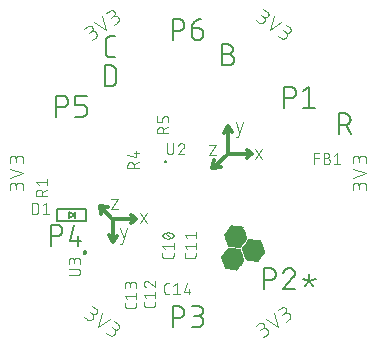
<source format=gbr>
G04 EAGLE Gerber RS-274X export*
G75*
%MOMM*%
%FSLAX34Y34*%
%LPD*%
%INSilkscreen Top*%
%IPPOS*%
%AMOC8*
5,1,8,0,0,1.08239X$1,22.5*%
G01*
%ADD10C,0.101600*%
%ADD11C,0.152400*%
%ADD12R,0.014731X0.014731*%
%ADD13R,0.147319X0.014731*%
%ADD14R,0.265175X0.014731*%
%ADD15R,0.383031X0.014731*%
%ADD16R,0.515619X0.014731*%
%ADD17R,0.633475X0.014731*%
%ADD18R,0.751331X0.014731*%
%ADD19R,0.883919X0.014731*%
%ADD20R,1.001775X0.014731*%
%ADD21R,1.119631X0.014731*%
%ADD22R,1.134363X0.014731*%
%ADD23R,1.149094X0.014731*%
%ADD24R,1.163825X0.014731*%
%ADD25R,1.178556X0.014731*%
%ADD26R,1.193288X0.014731*%
%ADD27R,1.222756X0.014731*%
%ADD28R,1.237488X0.014731*%
%ADD29R,1.266950X0.014731*%
%ADD30R,1.281681X0.014731*%
%ADD31R,1.311144X0.014731*%
%ADD32R,1.325881X0.014731*%
%ADD33R,1.355344X0.014731*%
%ADD34R,1.370075X0.014731*%
%ADD35R,1.384806X0.014731*%
%ADD36R,1.399538X0.014731*%
%ADD37R,1.414275X0.014731*%
%ADD38R,1.443738X0.014731*%
%ADD39R,1.458469X0.014731*%
%ADD40R,1.487931X0.014731*%
%ADD41R,1.502663X0.014731*%
%ADD42R,1.517394X0.014731*%
%ADD43R,1.532125X0.014731*%
%ADD44R,1.546856X0.014731*%
%ADD45R,1.576319X0.014731*%
%ADD46R,1.605788X0.014731*%
%ADD47R,1.620519X0.014731*%
%ADD48R,1.649981X0.014731*%
%ADD49R,1.664713X0.014731*%
%ADD50R,1.694175X0.014731*%
%ADD51R,1.708913X0.014731*%
%ADD52R,1.738375X0.014731*%
%ADD53R,1.753106X0.014731*%
%ADD54R,1.767838X0.014731*%
%ADD55R,1.782569X0.014731*%
%ADD56R,1.797306X0.014731*%
%ADD57R,0.117856X0.014731*%
%ADD58R,1.826769X0.014731*%
%ADD59R,0.235713X0.014731*%
%ADD60R,0.353569X0.014731*%
%ADD61R,1.856231X0.014731*%
%ADD62R,0.486156X0.014731*%
%ADD63R,1.870963X0.014731*%
%ADD64R,0.604013X0.014731*%
%ADD65R,0.721869X0.014731*%
%ADD66R,1.885694X0.014731*%
%ADD67R,0.839719X0.014731*%
%ADD68R,0.972306X0.014731*%
%ADD69R,1.090169X0.014731*%
%ADD70R,1.208025X0.014731*%
%ADD71R,1.252219X0.014731*%
%ADD72R,1.296412X0.014731*%
%ADD73R,1.340612X0.014731*%
%ADD74R,1.826763X0.014731*%
%ADD75R,1.414269X0.014731*%
%ADD76R,1.812031X0.014731*%
%ADD77R,1.429000X0.014731*%
%ADD78R,1.458462X0.014731*%
%ADD79R,1.473200X0.014731*%
%ADD80R,1.723644X0.014731*%
%ADD81R,1.694181X0.014731*%
%ADD82R,1.679450X0.014731*%
%ADD83R,1.561594X0.014731*%
%ADD84R,1.576325X0.014731*%
%ADD85R,1.591056X0.014731*%
%ADD86R,1.635250X0.014731*%
%ADD87R,1.561588X0.014731*%
%ADD88R,1.443731X0.014731*%
%ADD89R,1.797300X0.014731*%
%ADD90R,1.841500X0.014731*%
%ADD91R,1.311150X0.014731*%
%ADD92R,1.296419X0.014731*%
%ADD93R,1.193294X0.014731*%
%ADD94R,0.957575X0.014731*%
%ADD95R,0.589281X0.014731*%
%ADD96R,0.471425X0.014731*%
%ADD97R,0.220975X0.014731*%
%ADD98R,1.812038X0.014731*%
%ADD99R,0.103119X0.014731*%
%ADD100R,0.029463X0.014731*%
%ADD101R,0.162050X0.014731*%
%ADD102R,0.397763X0.014731*%
%ADD103R,0.648206X0.014731*%
%ADD104R,1.679444X0.014731*%
%ADD105R,1.016506X0.014731*%
%ADD106R,1.104900X0.014731*%
%ADD107R,1.222750X0.014731*%
%ADD108R,1.429006X0.014731*%
%ADD109R,1.208019X0.014731*%
%ADD110R,0.987044X0.014731*%
%ADD111R,0.854456X0.014731*%
%ADD112R,0.618744X0.014731*%
%ADD113R,0.500888X0.014731*%
%ADD114R,0.368300X0.014731*%
%ADD115R,0.132587X0.014731*%
%ADD116R,1.664719X0.014731*%
%ADD117R,1.075438X0.014731*%
%ADD118R,0.942844X0.014731*%
%ADD119R,0.707131X0.014731*%
%ADD120R,0.456694X0.014731*%
%ADD121R,0.088388X0.014731*%
%ADD122C,0.304800*%
%ADD123C,0.127000*%
%ADD124C,0.076200*%
%ADD125C,0.200000*%


D10*
X403428Y475532D02*
X406086Y473670D01*
X406180Y473607D01*
X406276Y473547D01*
X406374Y473490D01*
X406474Y473437D01*
X406576Y473387D01*
X406680Y473341D01*
X406785Y473299D01*
X406891Y473260D01*
X406999Y473225D01*
X407108Y473194D01*
X407218Y473166D01*
X407329Y473143D01*
X407440Y473123D01*
X407552Y473107D01*
X407665Y473095D01*
X407778Y473087D01*
X407891Y473083D01*
X408005Y473083D01*
X408118Y473087D01*
X408231Y473095D01*
X408344Y473107D01*
X408456Y473123D01*
X408567Y473143D01*
X408678Y473166D01*
X408788Y473194D01*
X408897Y473225D01*
X409005Y473260D01*
X409111Y473299D01*
X409216Y473341D01*
X409320Y473387D01*
X409422Y473437D01*
X409522Y473490D01*
X409620Y473547D01*
X409716Y473607D01*
X409810Y473670D01*
X409901Y473737D01*
X409991Y473806D01*
X410078Y473879D01*
X410162Y473955D01*
X410243Y474034D01*
X410322Y474115D01*
X410398Y474199D01*
X410471Y474286D01*
X410540Y474376D01*
X410607Y474467D01*
X410670Y474561D01*
X410730Y474657D01*
X410787Y474755D01*
X410840Y474855D01*
X410890Y474957D01*
X410936Y475061D01*
X410978Y475166D01*
X411017Y475272D01*
X411052Y475380D01*
X411083Y475489D01*
X411111Y475599D01*
X411134Y475710D01*
X411154Y475821D01*
X411170Y475933D01*
X411182Y476046D01*
X411190Y476159D01*
X411194Y476272D01*
X411194Y476386D01*
X411190Y476499D01*
X411182Y476612D01*
X411170Y476725D01*
X411154Y476837D01*
X411134Y476948D01*
X411111Y477059D01*
X411083Y477169D01*
X411052Y477278D01*
X411017Y477386D01*
X410978Y477492D01*
X410936Y477597D01*
X410890Y477701D01*
X410840Y477803D01*
X410787Y477903D01*
X410730Y478001D01*
X410670Y478097D01*
X410607Y478191D01*
X410540Y478282D01*
X410471Y478372D01*
X410398Y478459D01*
X410322Y478543D01*
X410243Y478624D01*
X410162Y478703D01*
X410078Y478779D01*
X409991Y478852D01*
X409902Y478921D01*
X409810Y478988D01*
X413320Y482869D02*
X410129Y485103D01*
X413319Y482869D02*
X413400Y482809D01*
X413479Y482747D01*
X413556Y482681D01*
X413630Y482613D01*
X413701Y482542D01*
X413769Y482468D01*
X413835Y482391D01*
X413897Y482312D01*
X413957Y482231D01*
X414013Y482147D01*
X414066Y482062D01*
X414115Y481974D01*
X414161Y481885D01*
X414204Y481793D01*
X414243Y481700D01*
X414278Y481606D01*
X414310Y481511D01*
X414338Y481414D01*
X414362Y481316D01*
X414382Y481218D01*
X414399Y481118D01*
X414411Y481018D01*
X414420Y480918D01*
X414425Y480818D01*
X414426Y480717D01*
X414423Y480616D01*
X414416Y480516D01*
X414405Y480416D01*
X414391Y480316D01*
X414372Y480217D01*
X414350Y480119D01*
X414324Y480022D01*
X414294Y479925D01*
X414261Y479831D01*
X414224Y479737D01*
X414183Y479645D01*
X414138Y479554D01*
X414091Y479466D01*
X414039Y479379D01*
X413985Y479295D01*
X413927Y479212D01*
X413866Y479132D01*
X413802Y479054D01*
X413735Y478979D01*
X413666Y478906D01*
X413593Y478837D01*
X413518Y478770D01*
X413440Y478706D01*
X413360Y478645D01*
X413277Y478587D01*
X413193Y478533D01*
X413106Y478481D01*
X413018Y478434D01*
X412927Y478389D01*
X412835Y478348D01*
X412741Y478311D01*
X412647Y478278D01*
X412550Y478248D01*
X412453Y478222D01*
X412355Y478200D01*
X412256Y478181D01*
X412156Y478167D01*
X412056Y478156D01*
X411956Y478149D01*
X411855Y478146D01*
X411754Y478147D01*
X411654Y478152D01*
X411554Y478161D01*
X411454Y478173D01*
X411354Y478190D01*
X411256Y478210D01*
X411158Y478234D01*
X411061Y478262D01*
X410966Y478294D01*
X410872Y478329D01*
X410779Y478368D01*
X410687Y478411D01*
X410598Y478457D01*
X410510Y478506D01*
X410425Y478559D01*
X410341Y478615D01*
X408214Y480105D01*
X418960Y478919D02*
X415449Y467114D01*
X425341Y474452D01*
X422153Y462420D02*
X424812Y460558D01*
X424906Y460495D01*
X425002Y460435D01*
X425100Y460378D01*
X425200Y460325D01*
X425302Y460275D01*
X425406Y460229D01*
X425511Y460187D01*
X425617Y460148D01*
X425725Y460113D01*
X425834Y460082D01*
X425944Y460054D01*
X426055Y460031D01*
X426166Y460011D01*
X426278Y459995D01*
X426391Y459983D01*
X426504Y459975D01*
X426617Y459971D01*
X426731Y459971D01*
X426844Y459975D01*
X426957Y459983D01*
X427070Y459995D01*
X427182Y460011D01*
X427293Y460031D01*
X427404Y460054D01*
X427514Y460082D01*
X427623Y460113D01*
X427731Y460148D01*
X427837Y460187D01*
X427942Y460229D01*
X428046Y460275D01*
X428148Y460325D01*
X428248Y460378D01*
X428346Y460435D01*
X428442Y460495D01*
X428536Y460558D01*
X428627Y460625D01*
X428717Y460694D01*
X428804Y460767D01*
X428888Y460843D01*
X428969Y460922D01*
X429048Y461003D01*
X429124Y461087D01*
X429197Y461174D01*
X429266Y461264D01*
X429333Y461355D01*
X429396Y461449D01*
X429456Y461545D01*
X429513Y461643D01*
X429566Y461743D01*
X429616Y461845D01*
X429662Y461949D01*
X429704Y462054D01*
X429743Y462160D01*
X429778Y462268D01*
X429809Y462377D01*
X429837Y462487D01*
X429860Y462598D01*
X429880Y462709D01*
X429896Y462821D01*
X429908Y462934D01*
X429916Y463047D01*
X429920Y463160D01*
X429920Y463274D01*
X429916Y463387D01*
X429908Y463500D01*
X429896Y463613D01*
X429880Y463725D01*
X429860Y463836D01*
X429837Y463947D01*
X429809Y464057D01*
X429778Y464166D01*
X429743Y464274D01*
X429704Y464380D01*
X429662Y464485D01*
X429616Y464589D01*
X429566Y464691D01*
X429513Y464791D01*
X429456Y464889D01*
X429396Y464985D01*
X429333Y465079D01*
X429266Y465170D01*
X429197Y465260D01*
X429124Y465347D01*
X429048Y465431D01*
X428969Y465512D01*
X428888Y465591D01*
X428804Y465667D01*
X428717Y465740D01*
X428628Y465809D01*
X428536Y465876D01*
X432045Y469757D02*
X428855Y471991D01*
X432045Y469757D02*
X432126Y469697D01*
X432205Y469635D01*
X432282Y469569D01*
X432356Y469501D01*
X432427Y469430D01*
X432495Y469356D01*
X432561Y469279D01*
X432623Y469200D01*
X432683Y469119D01*
X432739Y469035D01*
X432792Y468950D01*
X432841Y468862D01*
X432887Y468773D01*
X432930Y468681D01*
X432969Y468588D01*
X433004Y468494D01*
X433036Y468399D01*
X433064Y468302D01*
X433088Y468204D01*
X433108Y468106D01*
X433125Y468006D01*
X433137Y467906D01*
X433146Y467806D01*
X433151Y467706D01*
X433152Y467605D01*
X433149Y467504D01*
X433142Y467404D01*
X433131Y467304D01*
X433117Y467204D01*
X433098Y467105D01*
X433076Y467007D01*
X433050Y466910D01*
X433020Y466813D01*
X432987Y466719D01*
X432950Y466625D01*
X432909Y466533D01*
X432864Y466442D01*
X432817Y466354D01*
X432765Y466267D01*
X432711Y466183D01*
X432653Y466100D01*
X432592Y466020D01*
X432528Y465942D01*
X432461Y465867D01*
X432392Y465794D01*
X432319Y465725D01*
X432244Y465658D01*
X432166Y465594D01*
X432086Y465533D01*
X432003Y465475D01*
X431919Y465421D01*
X431832Y465369D01*
X431744Y465322D01*
X431653Y465277D01*
X431561Y465236D01*
X431467Y465199D01*
X431373Y465166D01*
X431276Y465136D01*
X431179Y465110D01*
X431081Y465088D01*
X430982Y465069D01*
X430882Y465055D01*
X430782Y465044D01*
X430682Y465037D01*
X430581Y465034D01*
X430480Y465035D01*
X430380Y465040D01*
X430280Y465049D01*
X430180Y465061D01*
X430080Y465078D01*
X429982Y465098D01*
X429884Y465122D01*
X429787Y465150D01*
X429692Y465182D01*
X429598Y465217D01*
X429505Y465256D01*
X429413Y465299D01*
X429324Y465345D01*
X429236Y465394D01*
X429151Y465447D01*
X429067Y465503D01*
X426940Y466993D01*
X497242Y334770D02*
X497242Y331524D01*
X497242Y334770D02*
X497240Y334883D01*
X497234Y334996D01*
X497224Y335109D01*
X497210Y335222D01*
X497193Y335334D01*
X497171Y335445D01*
X497146Y335555D01*
X497116Y335665D01*
X497083Y335773D01*
X497046Y335880D01*
X497006Y335986D01*
X496961Y336090D01*
X496913Y336193D01*
X496862Y336294D01*
X496807Y336393D01*
X496749Y336490D01*
X496687Y336585D01*
X496622Y336678D01*
X496554Y336768D01*
X496483Y336856D01*
X496408Y336942D01*
X496331Y337025D01*
X496251Y337105D01*
X496168Y337182D01*
X496082Y337257D01*
X495994Y337328D01*
X495904Y337396D01*
X495811Y337461D01*
X495716Y337523D01*
X495619Y337581D01*
X495520Y337636D01*
X495419Y337687D01*
X495316Y337735D01*
X495212Y337780D01*
X495106Y337820D01*
X494999Y337857D01*
X494891Y337890D01*
X494781Y337920D01*
X494671Y337945D01*
X494560Y337967D01*
X494448Y337984D01*
X494335Y337998D01*
X494222Y338008D01*
X494109Y338014D01*
X493996Y338016D01*
X493883Y338014D01*
X493770Y338008D01*
X493657Y337998D01*
X493544Y337984D01*
X493432Y337967D01*
X493321Y337945D01*
X493211Y337920D01*
X493101Y337890D01*
X492993Y337857D01*
X492886Y337820D01*
X492780Y337780D01*
X492676Y337735D01*
X492573Y337687D01*
X492472Y337636D01*
X492373Y337581D01*
X492276Y337523D01*
X492181Y337461D01*
X492088Y337396D01*
X491998Y337328D01*
X491910Y337257D01*
X491824Y337182D01*
X491741Y337105D01*
X491661Y337025D01*
X491584Y336942D01*
X491509Y336856D01*
X491438Y336768D01*
X491370Y336678D01*
X491305Y336585D01*
X491243Y336490D01*
X491185Y336393D01*
X491130Y336294D01*
X491079Y336193D01*
X491031Y336090D01*
X490986Y335986D01*
X490946Y335880D01*
X490909Y335773D01*
X490876Y335665D01*
X490846Y335555D01*
X490821Y335445D01*
X490799Y335334D01*
X490782Y335222D01*
X490768Y335109D01*
X490758Y334996D01*
X490752Y334883D01*
X490750Y334770D01*
X485558Y335419D02*
X485558Y331524D01*
X485558Y335419D02*
X485560Y335520D01*
X485566Y335620D01*
X485576Y335720D01*
X485589Y335820D01*
X485607Y335919D01*
X485628Y336018D01*
X485653Y336115D01*
X485682Y336212D01*
X485715Y336307D01*
X485751Y336401D01*
X485791Y336493D01*
X485834Y336584D01*
X485881Y336673D01*
X485931Y336760D01*
X485985Y336846D01*
X486042Y336929D01*
X486102Y337009D01*
X486165Y337088D01*
X486232Y337164D01*
X486301Y337237D01*
X486373Y337307D01*
X486447Y337375D01*
X486524Y337440D01*
X486604Y337501D01*
X486686Y337560D01*
X486770Y337615D01*
X486856Y337667D01*
X486944Y337716D01*
X487034Y337761D01*
X487126Y337803D01*
X487219Y337841D01*
X487314Y337875D01*
X487409Y337906D01*
X487506Y337933D01*
X487604Y337956D01*
X487703Y337976D01*
X487803Y337991D01*
X487903Y338003D01*
X488003Y338011D01*
X488104Y338015D01*
X488204Y338015D01*
X488305Y338011D01*
X488405Y338003D01*
X488505Y337991D01*
X488605Y337976D01*
X488704Y337956D01*
X488802Y337933D01*
X488899Y337906D01*
X488994Y337875D01*
X489089Y337841D01*
X489182Y337803D01*
X489274Y337761D01*
X489364Y337716D01*
X489452Y337667D01*
X489538Y337615D01*
X489622Y337560D01*
X489704Y337501D01*
X489784Y337440D01*
X489861Y337375D01*
X489935Y337307D01*
X490007Y337237D01*
X490076Y337164D01*
X490143Y337088D01*
X490206Y337009D01*
X490266Y336929D01*
X490323Y336846D01*
X490377Y336760D01*
X490427Y336673D01*
X490474Y336584D01*
X490517Y336493D01*
X490557Y336401D01*
X490593Y336307D01*
X490626Y336212D01*
X490655Y336115D01*
X490680Y336018D01*
X490701Y335919D01*
X490719Y335820D01*
X490732Y335720D01*
X490742Y335620D01*
X490748Y335520D01*
X490750Y335419D01*
X490751Y335419D02*
X490751Y332823D01*
X485558Y342305D02*
X497242Y346200D01*
X485558Y350095D01*
X497242Y354384D02*
X497242Y357630D01*
X497240Y357743D01*
X497234Y357856D01*
X497224Y357969D01*
X497210Y358082D01*
X497193Y358194D01*
X497171Y358305D01*
X497146Y358415D01*
X497116Y358525D01*
X497083Y358633D01*
X497046Y358740D01*
X497006Y358846D01*
X496961Y358950D01*
X496913Y359053D01*
X496862Y359154D01*
X496807Y359253D01*
X496749Y359350D01*
X496687Y359445D01*
X496622Y359538D01*
X496554Y359628D01*
X496483Y359716D01*
X496408Y359802D01*
X496331Y359885D01*
X496251Y359965D01*
X496168Y360042D01*
X496082Y360117D01*
X495994Y360188D01*
X495904Y360256D01*
X495811Y360321D01*
X495716Y360383D01*
X495619Y360441D01*
X495520Y360496D01*
X495419Y360547D01*
X495316Y360595D01*
X495212Y360640D01*
X495106Y360680D01*
X494999Y360717D01*
X494891Y360750D01*
X494781Y360780D01*
X494671Y360805D01*
X494560Y360827D01*
X494448Y360844D01*
X494335Y360858D01*
X494222Y360868D01*
X494109Y360874D01*
X493996Y360876D01*
X493883Y360874D01*
X493770Y360868D01*
X493657Y360858D01*
X493544Y360844D01*
X493432Y360827D01*
X493321Y360805D01*
X493211Y360780D01*
X493101Y360750D01*
X492993Y360717D01*
X492886Y360680D01*
X492780Y360640D01*
X492676Y360595D01*
X492573Y360547D01*
X492472Y360496D01*
X492373Y360441D01*
X492276Y360383D01*
X492181Y360321D01*
X492088Y360256D01*
X491998Y360188D01*
X491910Y360117D01*
X491824Y360042D01*
X491741Y359965D01*
X491661Y359885D01*
X491584Y359802D01*
X491509Y359716D01*
X491438Y359628D01*
X491370Y359538D01*
X491305Y359445D01*
X491243Y359350D01*
X491185Y359253D01*
X491130Y359154D01*
X491079Y359053D01*
X491031Y358950D01*
X490986Y358846D01*
X490946Y358740D01*
X490909Y358633D01*
X490876Y358525D01*
X490846Y358415D01*
X490821Y358305D01*
X490799Y358194D01*
X490782Y358082D01*
X490768Y357969D01*
X490758Y357856D01*
X490752Y357743D01*
X490750Y357630D01*
X485558Y358279D02*
X485558Y354384D01*
X485558Y358279D02*
X485560Y358380D01*
X485566Y358480D01*
X485576Y358580D01*
X485589Y358680D01*
X485607Y358779D01*
X485628Y358878D01*
X485653Y358975D01*
X485682Y359072D01*
X485715Y359167D01*
X485751Y359261D01*
X485791Y359353D01*
X485834Y359444D01*
X485881Y359533D01*
X485931Y359620D01*
X485985Y359706D01*
X486042Y359789D01*
X486102Y359869D01*
X486165Y359948D01*
X486232Y360024D01*
X486301Y360097D01*
X486373Y360167D01*
X486447Y360235D01*
X486524Y360300D01*
X486604Y360361D01*
X486686Y360420D01*
X486770Y360475D01*
X486856Y360527D01*
X486944Y360576D01*
X487034Y360621D01*
X487126Y360663D01*
X487219Y360701D01*
X487314Y360735D01*
X487409Y360766D01*
X487506Y360793D01*
X487604Y360816D01*
X487703Y360836D01*
X487803Y360851D01*
X487903Y360863D01*
X488003Y360871D01*
X488104Y360875D01*
X488204Y360875D01*
X488305Y360871D01*
X488405Y360863D01*
X488505Y360851D01*
X488605Y360836D01*
X488704Y360816D01*
X488802Y360793D01*
X488899Y360766D01*
X488994Y360735D01*
X489089Y360701D01*
X489182Y360663D01*
X489274Y360621D01*
X489364Y360576D01*
X489452Y360527D01*
X489538Y360475D01*
X489622Y360420D01*
X489704Y360361D01*
X489784Y360300D01*
X489861Y360235D01*
X489935Y360167D01*
X490007Y360097D01*
X490076Y360024D01*
X490143Y359948D01*
X490206Y359869D01*
X490266Y359789D01*
X490323Y359706D01*
X490377Y359620D01*
X490427Y359533D01*
X490474Y359444D01*
X490517Y359353D01*
X490557Y359261D01*
X490593Y359167D01*
X490626Y359072D01*
X490655Y358975D01*
X490680Y358878D01*
X490701Y358779D01*
X490719Y358680D01*
X490732Y358580D01*
X490742Y358480D01*
X490748Y358380D01*
X490750Y358279D01*
X490751Y358279D02*
X490751Y355683D01*
X412788Y209159D02*
X410129Y207297D01*
X412788Y209158D02*
X412879Y209225D01*
X412969Y209294D01*
X413056Y209367D01*
X413140Y209443D01*
X413221Y209522D01*
X413300Y209603D01*
X413376Y209687D01*
X413449Y209774D01*
X413518Y209864D01*
X413585Y209955D01*
X413648Y210049D01*
X413708Y210145D01*
X413765Y210243D01*
X413818Y210343D01*
X413868Y210445D01*
X413914Y210549D01*
X413956Y210654D01*
X413995Y210760D01*
X414030Y210868D01*
X414061Y210977D01*
X414089Y211087D01*
X414112Y211198D01*
X414132Y211309D01*
X414148Y211421D01*
X414160Y211534D01*
X414168Y211647D01*
X414172Y211760D01*
X414172Y211874D01*
X414168Y211987D01*
X414160Y212100D01*
X414148Y212213D01*
X414132Y212325D01*
X414112Y212436D01*
X414089Y212547D01*
X414061Y212657D01*
X414030Y212766D01*
X413995Y212874D01*
X413956Y212980D01*
X413914Y213085D01*
X413868Y213189D01*
X413818Y213291D01*
X413765Y213391D01*
X413708Y213489D01*
X413648Y213585D01*
X413585Y213679D01*
X413518Y213770D01*
X413449Y213860D01*
X413376Y213947D01*
X413300Y214031D01*
X413221Y214112D01*
X413140Y214191D01*
X413056Y214267D01*
X412969Y214340D01*
X412880Y214409D01*
X412788Y214476D01*
X412694Y214539D01*
X412598Y214599D01*
X412500Y214656D01*
X412400Y214709D01*
X412298Y214759D01*
X412194Y214805D01*
X412089Y214847D01*
X411983Y214886D01*
X411875Y214921D01*
X411766Y214952D01*
X411656Y214980D01*
X411545Y215003D01*
X411434Y215023D01*
X411322Y215039D01*
X411209Y215051D01*
X411096Y215059D01*
X410983Y215063D01*
X410869Y215063D01*
X410756Y215059D01*
X410643Y215051D01*
X410530Y215039D01*
X410418Y215023D01*
X410307Y215003D01*
X410196Y214980D01*
X410086Y214952D01*
X409977Y214921D01*
X409869Y214886D01*
X409763Y214847D01*
X409658Y214805D01*
X409554Y214759D01*
X409452Y214709D01*
X409352Y214656D01*
X409254Y214599D01*
X409158Y214539D01*
X409064Y214476D01*
X406618Y219102D02*
X403428Y216868D01*
X406618Y219102D02*
X406702Y219158D01*
X406787Y219211D01*
X406875Y219260D01*
X406964Y219306D01*
X407056Y219349D01*
X407149Y219388D01*
X407243Y219423D01*
X407338Y219455D01*
X407435Y219483D01*
X407533Y219507D01*
X407631Y219527D01*
X407731Y219544D01*
X407831Y219556D01*
X407931Y219565D01*
X408032Y219570D01*
X408132Y219571D01*
X408233Y219568D01*
X408333Y219561D01*
X408433Y219550D01*
X408533Y219536D01*
X408632Y219517D01*
X408730Y219495D01*
X408827Y219469D01*
X408924Y219439D01*
X409019Y219406D01*
X409112Y219369D01*
X409204Y219328D01*
X409295Y219283D01*
X409383Y219236D01*
X409470Y219184D01*
X409554Y219130D01*
X409637Y219072D01*
X409717Y219011D01*
X409795Y218947D01*
X409870Y218880D01*
X409943Y218811D01*
X410012Y218738D01*
X410079Y218663D01*
X410143Y218585D01*
X410204Y218505D01*
X410262Y218422D01*
X410316Y218338D01*
X410368Y218251D01*
X410415Y218163D01*
X410460Y218072D01*
X410501Y217980D01*
X410538Y217886D01*
X410571Y217792D01*
X410601Y217695D01*
X410627Y217598D01*
X410649Y217500D01*
X410668Y217401D01*
X410682Y217301D01*
X410693Y217201D01*
X410700Y217101D01*
X410703Y217000D01*
X410702Y216900D01*
X410697Y216799D01*
X410688Y216699D01*
X410676Y216599D01*
X410659Y216499D01*
X410639Y216401D01*
X410615Y216303D01*
X410587Y216206D01*
X410555Y216111D01*
X410520Y216017D01*
X410481Y215924D01*
X410438Y215832D01*
X410392Y215743D01*
X410343Y215655D01*
X410290Y215570D01*
X410234Y215486D01*
X410174Y215405D01*
X410112Y215326D01*
X410046Y215249D01*
X409978Y215175D01*
X409907Y215104D01*
X409833Y215036D01*
X409756Y214970D01*
X409677Y214908D01*
X409596Y214848D01*
X407470Y213359D01*
X412259Y223052D02*
X422151Y215714D01*
X418639Y227519D01*
X428855Y220409D02*
X431514Y222270D01*
X431605Y222337D01*
X431695Y222406D01*
X431782Y222479D01*
X431866Y222555D01*
X431947Y222634D01*
X432026Y222715D01*
X432102Y222799D01*
X432175Y222886D01*
X432244Y222976D01*
X432311Y223067D01*
X432374Y223161D01*
X432434Y223257D01*
X432491Y223355D01*
X432544Y223455D01*
X432594Y223557D01*
X432640Y223661D01*
X432682Y223766D01*
X432721Y223872D01*
X432756Y223980D01*
X432787Y224089D01*
X432815Y224199D01*
X432838Y224310D01*
X432858Y224421D01*
X432874Y224533D01*
X432886Y224646D01*
X432894Y224759D01*
X432898Y224872D01*
X432898Y224986D01*
X432894Y225099D01*
X432886Y225212D01*
X432874Y225325D01*
X432858Y225437D01*
X432838Y225548D01*
X432815Y225659D01*
X432787Y225769D01*
X432756Y225878D01*
X432721Y225986D01*
X432682Y226092D01*
X432640Y226197D01*
X432594Y226301D01*
X432544Y226403D01*
X432491Y226503D01*
X432434Y226601D01*
X432374Y226697D01*
X432311Y226791D01*
X432244Y226882D01*
X432175Y226972D01*
X432102Y227059D01*
X432026Y227143D01*
X431947Y227224D01*
X431866Y227303D01*
X431782Y227379D01*
X431695Y227452D01*
X431606Y227521D01*
X431514Y227588D01*
X431420Y227651D01*
X431324Y227711D01*
X431226Y227768D01*
X431126Y227821D01*
X431024Y227871D01*
X430920Y227917D01*
X430815Y227959D01*
X430709Y227998D01*
X430601Y228033D01*
X430492Y228064D01*
X430382Y228092D01*
X430271Y228115D01*
X430160Y228135D01*
X430048Y228151D01*
X429935Y228163D01*
X429822Y228171D01*
X429709Y228175D01*
X429595Y228175D01*
X429482Y228171D01*
X429369Y228163D01*
X429256Y228151D01*
X429144Y228135D01*
X429033Y228115D01*
X428922Y228092D01*
X428812Y228064D01*
X428703Y228033D01*
X428595Y227998D01*
X428489Y227959D01*
X428384Y227917D01*
X428280Y227871D01*
X428178Y227821D01*
X428078Y227768D01*
X427980Y227711D01*
X427884Y227651D01*
X427790Y227588D01*
X425344Y232214D02*
X422153Y229980D01*
X425344Y232214D02*
X425428Y232270D01*
X425513Y232323D01*
X425601Y232372D01*
X425690Y232418D01*
X425782Y232461D01*
X425875Y232500D01*
X425969Y232535D01*
X426064Y232567D01*
X426161Y232595D01*
X426259Y232619D01*
X426357Y232639D01*
X426457Y232656D01*
X426557Y232668D01*
X426657Y232677D01*
X426758Y232682D01*
X426858Y232683D01*
X426959Y232680D01*
X427059Y232673D01*
X427159Y232662D01*
X427259Y232648D01*
X427358Y232629D01*
X427456Y232607D01*
X427553Y232581D01*
X427650Y232551D01*
X427745Y232518D01*
X427838Y232481D01*
X427930Y232440D01*
X428021Y232395D01*
X428109Y232348D01*
X428196Y232296D01*
X428280Y232242D01*
X428363Y232184D01*
X428443Y232123D01*
X428521Y232059D01*
X428596Y231992D01*
X428669Y231923D01*
X428738Y231850D01*
X428805Y231775D01*
X428869Y231697D01*
X428930Y231617D01*
X428988Y231534D01*
X429042Y231450D01*
X429094Y231363D01*
X429141Y231275D01*
X429186Y231184D01*
X429227Y231092D01*
X429264Y230998D01*
X429297Y230904D01*
X429327Y230807D01*
X429353Y230710D01*
X429375Y230612D01*
X429394Y230513D01*
X429408Y230413D01*
X429419Y230313D01*
X429426Y230213D01*
X429429Y230112D01*
X429428Y230012D01*
X429423Y229911D01*
X429414Y229811D01*
X429402Y229711D01*
X429385Y229611D01*
X429365Y229513D01*
X429341Y229415D01*
X429313Y229318D01*
X429281Y229223D01*
X429246Y229129D01*
X429207Y229036D01*
X429164Y228944D01*
X429118Y228855D01*
X429069Y228767D01*
X429016Y228682D01*
X428960Y228598D01*
X428900Y228517D01*
X428838Y228438D01*
X428772Y228361D01*
X428704Y228287D01*
X428633Y228216D01*
X428559Y228148D01*
X428482Y228082D01*
X428403Y228020D01*
X428322Y227960D01*
X426195Y226471D01*
X260886Y222270D02*
X258228Y224132D01*
X260886Y222270D02*
X260980Y222207D01*
X261076Y222147D01*
X261174Y222090D01*
X261274Y222037D01*
X261376Y221987D01*
X261480Y221941D01*
X261585Y221899D01*
X261691Y221860D01*
X261799Y221825D01*
X261908Y221794D01*
X262018Y221766D01*
X262129Y221743D01*
X262240Y221723D01*
X262352Y221707D01*
X262465Y221695D01*
X262578Y221687D01*
X262691Y221683D01*
X262805Y221683D01*
X262918Y221687D01*
X263031Y221695D01*
X263144Y221707D01*
X263256Y221723D01*
X263367Y221743D01*
X263478Y221766D01*
X263588Y221794D01*
X263697Y221825D01*
X263805Y221860D01*
X263911Y221899D01*
X264016Y221941D01*
X264120Y221987D01*
X264222Y222037D01*
X264322Y222090D01*
X264420Y222147D01*
X264516Y222207D01*
X264610Y222270D01*
X264701Y222337D01*
X264791Y222406D01*
X264878Y222479D01*
X264962Y222555D01*
X265043Y222634D01*
X265122Y222715D01*
X265198Y222799D01*
X265271Y222886D01*
X265340Y222976D01*
X265407Y223067D01*
X265470Y223161D01*
X265530Y223257D01*
X265587Y223355D01*
X265640Y223455D01*
X265690Y223557D01*
X265736Y223661D01*
X265778Y223766D01*
X265817Y223872D01*
X265852Y223980D01*
X265883Y224089D01*
X265911Y224199D01*
X265934Y224310D01*
X265954Y224421D01*
X265970Y224533D01*
X265982Y224646D01*
X265990Y224759D01*
X265994Y224872D01*
X265994Y224986D01*
X265990Y225099D01*
X265982Y225212D01*
X265970Y225325D01*
X265954Y225437D01*
X265934Y225548D01*
X265911Y225659D01*
X265883Y225769D01*
X265852Y225878D01*
X265817Y225986D01*
X265778Y226092D01*
X265736Y226197D01*
X265690Y226301D01*
X265640Y226403D01*
X265587Y226503D01*
X265530Y226601D01*
X265470Y226697D01*
X265407Y226791D01*
X265340Y226882D01*
X265271Y226972D01*
X265198Y227059D01*
X265122Y227143D01*
X265043Y227224D01*
X264962Y227303D01*
X264878Y227379D01*
X264791Y227452D01*
X264702Y227521D01*
X264610Y227588D01*
X268120Y231469D02*
X264929Y233703D01*
X268119Y231469D02*
X268200Y231409D01*
X268279Y231347D01*
X268356Y231281D01*
X268430Y231213D01*
X268501Y231142D01*
X268569Y231068D01*
X268635Y230991D01*
X268697Y230912D01*
X268757Y230831D01*
X268813Y230747D01*
X268866Y230662D01*
X268915Y230574D01*
X268961Y230485D01*
X269004Y230393D01*
X269043Y230300D01*
X269078Y230206D01*
X269110Y230111D01*
X269138Y230014D01*
X269162Y229916D01*
X269182Y229818D01*
X269199Y229718D01*
X269211Y229618D01*
X269220Y229518D01*
X269225Y229418D01*
X269226Y229317D01*
X269223Y229216D01*
X269216Y229116D01*
X269205Y229016D01*
X269191Y228916D01*
X269172Y228817D01*
X269150Y228719D01*
X269124Y228622D01*
X269094Y228525D01*
X269061Y228431D01*
X269024Y228337D01*
X268983Y228245D01*
X268938Y228154D01*
X268891Y228066D01*
X268839Y227979D01*
X268785Y227895D01*
X268727Y227812D01*
X268666Y227732D01*
X268602Y227654D01*
X268535Y227579D01*
X268466Y227506D01*
X268393Y227437D01*
X268318Y227370D01*
X268240Y227306D01*
X268160Y227245D01*
X268077Y227187D01*
X267993Y227133D01*
X267906Y227081D01*
X267818Y227034D01*
X267727Y226989D01*
X267635Y226948D01*
X267541Y226911D01*
X267447Y226878D01*
X267350Y226848D01*
X267253Y226822D01*
X267155Y226800D01*
X267056Y226781D01*
X266956Y226767D01*
X266856Y226756D01*
X266756Y226749D01*
X266655Y226746D01*
X266554Y226747D01*
X266454Y226752D01*
X266354Y226761D01*
X266254Y226773D01*
X266154Y226790D01*
X266056Y226810D01*
X265958Y226834D01*
X265861Y226862D01*
X265766Y226894D01*
X265672Y226929D01*
X265579Y226968D01*
X265487Y227011D01*
X265398Y227057D01*
X265310Y227106D01*
X265225Y227159D01*
X265141Y227215D01*
X263014Y228705D01*
X273760Y227519D02*
X270249Y215714D01*
X280141Y223052D01*
X276953Y211020D02*
X279612Y209158D01*
X279706Y209095D01*
X279802Y209035D01*
X279900Y208978D01*
X280000Y208925D01*
X280102Y208875D01*
X280206Y208829D01*
X280311Y208787D01*
X280417Y208748D01*
X280525Y208713D01*
X280634Y208682D01*
X280744Y208654D01*
X280855Y208631D01*
X280966Y208611D01*
X281078Y208595D01*
X281191Y208583D01*
X281304Y208575D01*
X281417Y208571D01*
X281531Y208571D01*
X281644Y208575D01*
X281757Y208583D01*
X281870Y208595D01*
X281982Y208611D01*
X282093Y208631D01*
X282204Y208654D01*
X282314Y208682D01*
X282423Y208713D01*
X282531Y208748D01*
X282637Y208787D01*
X282742Y208829D01*
X282846Y208875D01*
X282948Y208925D01*
X283048Y208978D01*
X283146Y209035D01*
X283242Y209095D01*
X283336Y209158D01*
X283427Y209225D01*
X283517Y209294D01*
X283604Y209367D01*
X283688Y209443D01*
X283769Y209522D01*
X283848Y209603D01*
X283924Y209687D01*
X283997Y209774D01*
X284066Y209864D01*
X284133Y209955D01*
X284196Y210049D01*
X284256Y210145D01*
X284313Y210243D01*
X284366Y210343D01*
X284416Y210445D01*
X284462Y210549D01*
X284504Y210654D01*
X284543Y210760D01*
X284578Y210868D01*
X284609Y210977D01*
X284637Y211087D01*
X284660Y211198D01*
X284680Y211309D01*
X284696Y211421D01*
X284708Y211534D01*
X284716Y211647D01*
X284720Y211760D01*
X284720Y211874D01*
X284716Y211987D01*
X284708Y212100D01*
X284696Y212213D01*
X284680Y212325D01*
X284660Y212436D01*
X284637Y212547D01*
X284609Y212657D01*
X284578Y212766D01*
X284543Y212874D01*
X284504Y212980D01*
X284462Y213085D01*
X284416Y213189D01*
X284366Y213291D01*
X284313Y213391D01*
X284256Y213489D01*
X284196Y213585D01*
X284133Y213679D01*
X284066Y213770D01*
X283997Y213860D01*
X283924Y213947D01*
X283848Y214031D01*
X283769Y214112D01*
X283688Y214191D01*
X283604Y214267D01*
X283517Y214340D01*
X283428Y214409D01*
X283336Y214476D01*
X286845Y218357D02*
X283655Y220591D01*
X286845Y218357D02*
X286926Y218297D01*
X287005Y218235D01*
X287082Y218169D01*
X287156Y218101D01*
X287227Y218030D01*
X287295Y217956D01*
X287361Y217879D01*
X287423Y217800D01*
X287483Y217719D01*
X287539Y217635D01*
X287592Y217550D01*
X287641Y217462D01*
X287687Y217373D01*
X287730Y217281D01*
X287769Y217188D01*
X287804Y217094D01*
X287836Y216999D01*
X287864Y216902D01*
X287888Y216804D01*
X287908Y216706D01*
X287925Y216606D01*
X287937Y216506D01*
X287946Y216406D01*
X287951Y216306D01*
X287952Y216205D01*
X287949Y216104D01*
X287942Y216004D01*
X287931Y215904D01*
X287917Y215804D01*
X287898Y215705D01*
X287876Y215607D01*
X287850Y215510D01*
X287820Y215413D01*
X287787Y215319D01*
X287750Y215225D01*
X287709Y215133D01*
X287664Y215042D01*
X287617Y214954D01*
X287565Y214867D01*
X287511Y214783D01*
X287453Y214700D01*
X287392Y214620D01*
X287328Y214542D01*
X287261Y214467D01*
X287192Y214394D01*
X287119Y214325D01*
X287044Y214258D01*
X286966Y214194D01*
X286886Y214133D01*
X286803Y214075D01*
X286719Y214021D01*
X286632Y213969D01*
X286544Y213922D01*
X286453Y213877D01*
X286361Y213836D01*
X286267Y213799D01*
X286173Y213766D01*
X286076Y213736D01*
X285979Y213710D01*
X285881Y213688D01*
X285782Y213669D01*
X285682Y213655D01*
X285582Y213644D01*
X285482Y213637D01*
X285381Y213634D01*
X285280Y213635D01*
X285180Y213640D01*
X285080Y213649D01*
X284980Y213661D01*
X284880Y213678D01*
X284782Y213698D01*
X284684Y213722D01*
X284587Y213750D01*
X284492Y213782D01*
X284398Y213817D01*
X284305Y213856D01*
X284213Y213899D01*
X284124Y213945D01*
X284036Y213994D01*
X283951Y214047D01*
X283867Y214103D01*
X281740Y215593D01*
X206842Y331524D02*
X206842Y334770D01*
X206840Y334883D01*
X206834Y334996D01*
X206824Y335109D01*
X206810Y335222D01*
X206793Y335334D01*
X206771Y335445D01*
X206746Y335555D01*
X206716Y335665D01*
X206683Y335773D01*
X206646Y335880D01*
X206606Y335986D01*
X206561Y336090D01*
X206513Y336193D01*
X206462Y336294D01*
X206407Y336393D01*
X206349Y336490D01*
X206287Y336585D01*
X206222Y336678D01*
X206154Y336768D01*
X206083Y336856D01*
X206008Y336942D01*
X205931Y337025D01*
X205851Y337105D01*
X205768Y337182D01*
X205682Y337257D01*
X205594Y337328D01*
X205504Y337396D01*
X205411Y337461D01*
X205316Y337523D01*
X205219Y337581D01*
X205120Y337636D01*
X205019Y337687D01*
X204916Y337735D01*
X204812Y337780D01*
X204706Y337820D01*
X204599Y337857D01*
X204491Y337890D01*
X204381Y337920D01*
X204271Y337945D01*
X204160Y337967D01*
X204048Y337984D01*
X203935Y337998D01*
X203822Y338008D01*
X203709Y338014D01*
X203596Y338016D01*
X203483Y338014D01*
X203370Y338008D01*
X203257Y337998D01*
X203144Y337984D01*
X203032Y337967D01*
X202921Y337945D01*
X202811Y337920D01*
X202701Y337890D01*
X202593Y337857D01*
X202486Y337820D01*
X202380Y337780D01*
X202276Y337735D01*
X202173Y337687D01*
X202072Y337636D01*
X201973Y337581D01*
X201876Y337523D01*
X201781Y337461D01*
X201688Y337396D01*
X201598Y337328D01*
X201510Y337257D01*
X201424Y337182D01*
X201341Y337105D01*
X201261Y337025D01*
X201184Y336942D01*
X201109Y336856D01*
X201038Y336768D01*
X200970Y336678D01*
X200905Y336585D01*
X200843Y336490D01*
X200785Y336393D01*
X200730Y336294D01*
X200679Y336193D01*
X200631Y336090D01*
X200586Y335986D01*
X200546Y335880D01*
X200509Y335773D01*
X200476Y335665D01*
X200446Y335555D01*
X200421Y335445D01*
X200399Y335334D01*
X200382Y335222D01*
X200368Y335109D01*
X200358Y334996D01*
X200352Y334883D01*
X200350Y334770D01*
X195158Y335419D02*
X195158Y331524D01*
X195158Y335419D02*
X195160Y335520D01*
X195166Y335620D01*
X195176Y335720D01*
X195189Y335820D01*
X195207Y335919D01*
X195228Y336018D01*
X195253Y336115D01*
X195282Y336212D01*
X195315Y336307D01*
X195351Y336401D01*
X195391Y336493D01*
X195434Y336584D01*
X195481Y336673D01*
X195531Y336760D01*
X195585Y336846D01*
X195642Y336929D01*
X195702Y337009D01*
X195765Y337088D01*
X195832Y337164D01*
X195901Y337237D01*
X195973Y337307D01*
X196047Y337375D01*
X196124Y337440D01*
X196204Y337501D01*
X196286Y337560D01*
X196370Y337615D01*
X196456Y337667D01*
X196544Y337716D01*
X196634Y337761D01*
X196726Y337803D01*
X196819Y337841D01*
X196914Y337875D01*
X197009Y337906D01*
X197106Y337933D01*
X197204Y337956D01*
X197303Y337976D01*
X197403Y337991D01*
X197503Y338003D01*
X197603Y338011D01*
X197704Y338015D01*
X197804Y338015D01*
X197905Y338011D01*
X198005Y338003D01*
X198105Y337991D01*
X198205Y337976D01*
X198304Y337956D01*
X198402Y337933D01*
X198499Y337906D01*
X198594Y337875D01*
X198689Y337841D01*
X198782Y337803D01*
X198874Y337761D01*
X198964Y337716D01*
X199052Y337667D01*
X199138Y337615D01*
X199222Y337560D01*
X199304Y337501D01*
X199384Y337440D01*
X199461Y337375D01*
X199535Y337307D01*
X199607Y337237D01*
X199676Y337164D01*
X199743Y337088D01*
X199806Y337009D01*
X199866Y336929D01*
X199923Y336846D01*
X199977Y336760D01*
X200027Y336673D01*
X200074Y336584D01*
X200117Y336493D01*
X200157Y336401D01*
X200193Y336307D01*
X200226Y336212D01*
X200255Y336115D01*
X200280Y336018D01*
X200301Y335919D01*
X200319Y335820D01*
X200332Y335720D01*
X200342Y335620D01*
X200348Y335520D01*
X200350Y335419D01*
X200351Y335419D02*
X200351Y332823D01*
X195158Y342305D02*
X206842Y346200D01*
X195158Y350095D01*
X206842Y354384D02*
X206842Y357630D01*
X206840Y357743D01*
X206834Y357856D01*
X206824Y357969D01*
X206810Y358082D01*
X206793Y358194D01*
X206771Y358305D01*
X206746Y358415D01*
X206716Y358525D01*
X206683Y358633D01*
X206646Y358740D01*
X206606Y358846D01*
X206561Y358950D01*
X206513Y359053D01*
X206462Y359154D01*
X206407Y359253D01*
X206349Y359350D01*
X206287Y359445D01*
X206222Y359538D01*
X206154Y359628D01*
X206083Y359716D01*
X206008Y359802D01*
X205931Y359885D01*
X205851Y359965D01*
X205768Y360042D01*
X205682Y360117D01*
X205594Y360188D01*
X205504Y360256D01*
X205411Y360321D01*
X205316Y360383D01*
X205219Y360441D01*
X205120Y360496D01*
X205019Y360547D01*
X204916Y360595D01*
X204812Y360640D01*
X204706Y360680D01*
X204599Y360717D01*
X204491Y360750D01*
X204381Y360780D01*
X204271Y360805D01*
X204160Y360827D01*
X204048Y360844D01*
X203935Y360858D01*
X203822Y360868D01*
X203709Y360874D01*
X203596Y360876D01*
X203483Y360874D01*
X203370Y360868D01*
X203257Y360858D01*
X203144Y360844D01*
X203032Y360827D01*
X202921Y360805D01*
X202811Y360780D01*
X202701Y360750D01*
X202593Y360717D01*
X202486Y360680D01*
X202380Y360640D01*
X202276Y360595D01*
X202173Y360547D01*
X202072Y360496D01*
X201973Y360441D01*
X201876Y360383D01*
X201781Y360321D01*
X201688Y360256D01*
X201598Y360188D01*
X201510Y360117D01*
X201424Y360042D01*
X201341Y359965D01*
X201261Y359885D01*
X201184Y359802D01*
X201109Y359716D01*
X201038Y359628D01*
X200970Y359538D01*
X200905Y359445D01*
X200843Y359350D01*
X200785Y359253D01*
X200730Y359154D01*
X200679Y359053D01*
X200631Y358950D01*
X200586Y358846D01*
X200546Y358740D01*
X200509Y358633D01*
X200476Y358525D01*
X200446Y358415D01*
X200421Y358305D01*
X200399Y358194D01*
X200382Y358082D01*
X200368Y357969D01*
X200358Y357856D01*
X200352Y357743D01*
X200350Y357630D01*
X195158Y358279D02*
X195158Y354384D01*
X195158Y358279D02*
X195160Y358380D01*
X195166Y358480D01*
X195176Y358580D01*
X195189Y358680D01*
X195207Y358779D01*
X195228Y358878D01*
X195253Y358975D01*
X195282Y359072D01*
X195315Y359167D01*
X195351Y359261D01*
X195391Y359353D01*
X195434Y359444D01*
X195481Y359533D01*
X195531Y359620D01*
X195585Y359706D01*
X195642Y359789D01*
X195702Y359869D01*
X195765Y359948D01*
X195832Y360024D01*
X195901Y360097D01*
X195973Y360167D01*
X196047Y360235D01*
X196124Y360300D01*
X196204Y360361D01*
X196286Y360420D01*
X196370Y360475D01*
X196456Y360527D01*
X196544Y360576D01*
X196634Y360621D01*
X196726Y360663D01*
X196819Y360701D01*
X196914Y360735D01*
X197009Y360766D01*
X197106Y360793D01*
X197204Y360816D01*
X197303Y360836D01*
X197403Y360851D01*
X197503Y360863D01*
X197603Y360871D01*
X197704Y360875D01*
X197804Y360875D01*
X197905Y360871D01*
X198005Y360863D01*
X198105Y360851D01*
X198205Y360836D01*
X198304Y360816D01*
X198402Y360793D01*
X198499Y360766D01*
X198594Y360735D01*
X198689Y360701D01*
X198782Y360663D01*
X198874Y360621D01*
X198964Y360576D01*
X199052Y360527D01*
X199138Y360475D01*
X199222Y360420D01*
X199304Y360361D01*
X199384Y360300D01*
X199461Y360235D01*
X199535Y360167D01*
X199607Y360097D01*
X199676Y360024D01*
X199743Y359948D01*
X199806Y359869D01*
X199866Y359789D01*
X199923Y359706D01*
X199977Y359620D01*
X200027Y359533D01*
X200074Y359444D01*
X200117Y359353D01*
X200157Y359261D01*
X200193Y359167D01*
X200226Y359072D01*
X200255Y358975D01*
X200280Y358878D01*
X200301Y358779D01*
X200319Y358680D01*
X200332Y358580D01*
X200342Y358480D01*
X200348Y358380D01*
X200350Y358279D01*
X200351Y358279D02*
X200351Y355683D01*
X264929Y458697D02*
X267588Y460559D01*
X267588Y460558D02*
X267679Y460625D01*
X267769Y460694D01*
X267856Y460767D01*
X267940Y460843D01*
X268021Y460922D01*
X268100Y461003D01*
X268176Y461087D01*
X268249Y461174D01*
X268318Y461264D01*
X268385Y461355D01*
X268448Y461449D01*
X268508Y461545D01*
X268565Y461643D01*
X268618Y461743D01*
X268668Y461845D01*
X268714Y461949D01*
X268756Y462054D01*
X268795Y462160D01*
X268830Y462268D01*
X268861Y462377D01*
X268889Y462487D01*
X268912Y462598D01*
X268932Y462709D01*
X268948Y462821D01*
X268960Y462934D01*
X268968Y463047D01*
X268972Y463160D01*
X268972Y463274D01*
X268968Y463387D01*
X268960Y463500D01*
X268948Y463613D01*
X268932Y463725D01*
X268912Y463836D01*
X268889Y463947D01*
X268861Y464057D01*
X268830Y464166D01*
X268795Y464274D01*
X268756Y464380D01*
X268714Y464485D01*
X268668Y464589D01*
X268618Y464691D01*
X268565Y464791D01*
X268508Y464889D01*
X268448Y464985D01*
X268385Y465079D01*
X268318Y465170D01*
X268249Y465260D01*
X268176Y465347D01*
X268100Y465431D01*
X268021Y465512D01*
X267940Y465591D01*
X267856Y465667D01*
X267769Y465740D01*
X267680Y465809D01*
X267588Y465876D01*
X267494Y465939D01*
X267398Y465999D01*
X267300Y466056D01*
X267200Y466109D01*
X267098Y466159D01*
X266994Y466205D01*
X266889Y466247D01*
X266783Y466286D01*
X266675Y466321D01*
X266566Y466352D01*
X266456Y466380D01*
X266345Y466403D01*
X266234Y466423D01*
X266122Y466439D01*
X266009Y466451D01*
X265896Y466459D01*
X265783Y466463D01*
X265669Y466463D01*
X265556Y466459D01*
X265443Y466451D01*
X265330Y466439D01*
X265218Y466423D01*
X265107Y466403D01*
X264996Y466380D01*
X264886Y466352D01*
X264777Y466321D01*
X264669Y466286D01*
X264563Y466247D01*
X264458Y466205D01*
X264354Y466159D01*
X264252Y466109D01*
X264152Y466056D01*
X264054Y465999D01*
X263958Y465939D01*
X263864Y465876D01*
X261418Y470502D02*
X258228Y468268D01*
X261418Y470502D02*
X261502Y470558D01*
X261587Y470611D01*
X261675Y470660D01*
X261764Y470706D01*
X261856Y470749D01*
X261949Y470788D01*
X262043Y470823D01*
X262138Y470855D01*
X262235Y470883D01*
X262333Y470907D01*
X262431Y470927D01*
X262531Y470944D01*
X262631Y470956D01*
X262731Y470965D01*
X262832Y470970D01*
X262932Y470971D01*
X263033Y470968D01*
X263133Y470961D01*
X263233Y470950D01*
X263333Y470936D01*
X263432Y470917D01*
X263530Y470895D01*
X263627Y470869D01*
X263724Y470839D01*
X263819Y470806D01*
X263912Y470769D01*
X264004Y470728D01*
X264095Y470683D01*
X264183Y470636D01*
X264270Y470584D01*
X264354Y470530D01*
X264437Y470472D01*
X264517Y470411D01*
X264595Y470347D01*
X264670Y470280D01*
X264743Y470211D01*
X264812Y470138D01*
X264879Y470063D01*
X264943Y469985D01*
X265004Y469905D01*
X265062Y469822D01*
X265116Y469738D01*
X265168Y469651D01*
X265215Y469563D01*
X265260Y469472D01*
X265301Y469380D01*
X265338Y469286D01*
X265371Y469192D01*
X265401Y469095D01*
X265427Y468998D01*
X265449Y468900D01*
X265468Y468801D01*
X265482Y468701D01*
X265493Y468601D01*
X265500Y468501D01*
X265503Y468400D01*
X265502Y468300D01*
X265497Y468199D01*
X265488Y468099D01*
X265476Y467999D01*
X265459Y467899D01*
X265439Y467801D01*
X265415Y467703D01*
X265387Y467606D01*
X265355Y467511D01*
X265320Y467417D01*
X265281Y467324D01*
X265238Y467232D01*
X265192Y467143D01*
X265143Y467055D01*
X265090Y466970D01*
X265034Y466886D01*
X264974Y466805D01*
X264912Y466726D01*
X264846Y466649D01*
X264778Y466575D01*
X264707Y466504D01*
X264633Y466436D01*
X264556Y466370D01*
X264477Y466308D01*
X264396Y466248D01*
X262270Y464759D01*
X267059Y474452D02*
X276951Y467114D01*
X273439Y478919D01*
X283655Y471809D02*
X286314Y473670D01*
X286405Y473737D01*
X286495Y473806D01*
X286582Y473879D01*
X286666Y473955D01*
X286747Y474034D01*
X286826Y474115D01*
X286902Y474199D01*
X286975Y474286D01*
X287044Y474376D01*
X287111Y474467D01*
X287174Y474561D01*
X287234Y474657D01*
X287291Y474755D01*
X287344Y474855D01*
X287394Y474957D01*
X287440Y475061D01*
X287482Y475166D01*
X287521Y475272D01*
X287556Y475380D01*
X287587Y475489D01*
X287615Y475599D01*
X287638Y475710D01*
X287658Y475821D01*
X287674Y475933D01*
X287686Y476046D01*
X287694Y476159D01*
X287698Y476272D01*
X287698Y476386D01*
X287694Y476499D01*
X287686Y476612D01*
X287674Y476725D01*
X287658Y476837D01*
X287638Y476948D01*
X287615Y477059D01*
X287587Y477169D01*
X287556Y477278D01*
X287521Y477386D01*
X287482Y477492D01*
X287440Y477597D01*
X287394Y477701D01*
X287344Y477803D01*
X287291Y477903D01*
X287234Y478001D01*
X287174Y478097D01*
X287111Y478191D01*
X287044Y478282D01*
X286975Y478372D01*
X286902Y478459D01*
X286826Y478543D01*
X286747Y478624D01*
X286666Y478703D01*
X286582Y478779D01*
X286495Y478852D01*
X286406Y478921D01*
X286314Y478988D01*
X286220Y479051D01*
X286124Y479111D01*
X286026Y479168D01*
X285926Y479221D01*
X285824Y479271D01*
X285720Y479317D01*
X285615Y479359D01*
X285509Y479398D01*
X285401Y479433D01*
X285292Y479464D01*
X285182Y479492D01*
X285071Y479515D01*
X284960Y479535D01*
X284848Y479551D01*
X284735Y479563D01*
X284622Y479571D01*
X284509Y479575D01*
X284395Y479575D01*
X284282Y479571D01*
X284169Y479563D01*
X284056Y479551D01*
X283944Y479535D01*
X283833Y479515D01*
X283722Y479492D01*
X283612Y479464D01*
X283503Y479433D01*
X283395Y479398D01*
X283289Y479359D01*
X283184Y479317D01*
X283080Y479271D01*
X282978Y479221D01*
X282878Y479168D01*
X282780Y479111D01*
X282684Y479051D01*
X282590Y478988D01*
X280144Y483614D02*
X276953Y481380D01*
X280144Y483614D02*
X280228Y483670D01*
X280313Y483723D01*
X280401Y483772D01*
X280490Y483818D01*
X280582Y483861D01*
X280675Y483900D01*
X280769Y483935D01*
X280864Y483967D01*
X280961Y483995D01*
X281059Y484019D01*
X281157Y484039D01*
X281257Y484056D01*
X281357Y484068D01*
X281457Y484077D01*
X281558Y484082D01*
X281658Y484083D01*
X281759Y484080D01*
X281859Y484073D01*
X281959Y484062D01*
X282059Y484048D01*
X282158Y484029D01*
X282256Y484007D01*
X282353Y483981D01*
X282450Y483951D01*
X282545Y483918D01*
X282638Y483881D01*
X282730Y483840D01*
X282821Y483795D01*
X282909Y483748D01*
X282996Y483696D01*
X283080Y483642D01*
X283163Y483584D01*
X283243Y483523D01*
X283321Y483459D01*
X283396Y483392D01*
X283469Y483323D01*
X283538Y483250D01*
X283605Y483175D01*
X283669Y483097D01*
X283730Y483017D01*
X283788Y482934D01*
X283842Y482850D01*
X283894Y482763D01*
X283941Y482675D01*
X283986Y482584D01*
X284027Y482492D01*
X284064Y482398D01*
X284097Y482304D01*
X284127Y482207D01*
X284153Y482110D01*
X284175Y482012D01*
X284194Y481913D01*
X284208Y481813D01*
X284219Y481713D01*
X284226Y481613D01*
X284229Y481512D01*
X284228Y481412D01*
X284223Y481311D01*
X284214Y481211D01*
X284202Y481111D01*
X284185Y481011D01*
X284165Y480913D01*
X284141Y480815D01*
X284113Y480718D01*
X284081Y480623D01*
X284046Y480529D01*
X284007Y480436D01*
X283964Y480344D01*
X283918Y480255D01*
X283869Y480167D01*
X283816Y480082D01*
X283760Y479998D01*
X283700Y479917D01*
X283638Y479838D01*
X283572Y479761D01*
X283504Y479687D01*
X283433Y479616D01*
X283359Y479548D01*
X283282Y479482D01*
X283203Y479420D01*
X283122Y479360D01*
X280995Y477871D01*
D11*
X427854Y419510D02*
X427854Y401730D01*
X427854Y419510D02*
X432793Y419510D01*
X432933Y419508D01*
X433072Y419502D01*
X433212Y419492D01*
X433351Y419478D01*
X433490Y419461D01*
X433628Y419439D01*
X433765Y419413D01*
X433902Y419384D01*
X434038Y419351D01*
X434172Y419314D01*
X434306Y419273D01*
X434438Y419228D01*
X434570Y419179D01*
X434699Y419127D01*
X434827Y419072D01*
X434954Y419012D01*
X435079Y418949D01*
X435202Y418883D01*
X435323Y418813D01*
X435442Y418740D01*
X435559Y418663D01*
X435673Y418583D01*
X435786Y418500D01*
X435896Y418414D01*
X436003Y418324D01*
X436108Y418232D01*
X436210Y418137D01*
X436310Y418039D01*
X436407Y417938D01*
X436501Y417834D01*
X436591Y417728D01*
X436679Y417619D01*
X436764Y417508D01*
X436845Y417394D01*
X436924Y417279D01*
X436999Y417161D01*
X437070Y417041D01*
X437138Y416918D01*
X437203Y416795D01*
X437264Y416669D01*
X437322Y416541D01*
X437376Y416413D01*
X437426Y416282D01*
X437473Y416150D01*
X437516Y416017D01*
X437555Y415883D01*
X437590Y415748D01*
X437621Y415612D01*
X437649Y415474D01*
X437672Y415337D01*
X437692Y415198D01*
X437708Y415059D01*
X437720Y414920D01*
X437728Y414781D01*
X437732Y414641D01*
X437732Y414501D01*
X437728Y414361D01*
X437720Y414222D01*
X437708Y414083D01*
X437692Y413944D01*
X437672Y413805D01*
X437649Y413668D01*
X437621Y413530D01*
X437590Y413394D01*
X437555Y413259D01*
X437516Y413125D01*
X437473Y412992D01*
X437426Y412860D01*
X437376Y412729D01*
X437322Y412601D01*
X437264Y412473D01*
X437203Y412347D01*
X437138Y412224D01*
X437070Y412102D01*
X436999Y411981D01*
X436924Y411863D01*
X436845Y411748D01*
X436764Y411634D01*
X436679Y411523D01*
X436591Y411414D01*
X436501Y411308D01*
X436407Y411204D01*
X436310Y411103D01*
X436210Y411005D01*
X436108Y410910D01*
X436003Y410818D01*
X435896Y410728D01*
X435786Y410642D01*
X435673Y410559D01*
X435559Y410479D01*
X435442Y410402D01*
X435323Y410329D01*
X435202Y410259D01*
X435079Y410193D01*
X434954Y410130D01*
X434827Y410070D01*
X434699Y410015D01*
X434570Y409963D01*
X434438Y409914D01*
X434306Y409869D01*
X434172Y409828D01*
X434038Y409791D01*
X433902Y409758D01*
X433765Y409729D01*
X433628Y409703D01*
X433490Y409681D01*
X433351Y409664D01*
X433212Y409650D01*
X433072Y409640D01*
X432933Y409634D01*
X432793Y409632D01*
X427854Y409632D01*
X443849Y415559D02*
X448788Y419510D01*
X448788Y401730D01*
X453726Y401730D02*
X443849Y401730D01*
X410786Y265803D02*
X410786Y248023D01*
X410786Y265803D02*
X415725Y265803D01*
X415725Y265804D02*
X415865Y265802D01*
X416004Y265796D01*
X416144Y265786D01*
X416283Y265772D01*
X416422Y265755D01*
X416560Y265733D01*
X416697Y265707D01*
X416834Y265678D01*
X416970Y265645D01*
X417104Y265608D01*
X417238Y265567D01*
X417370Y265522D01*
X417502Y265473D01*
X417631Y265421D01*
X417759Y265366D01*
X417886Y265306D01*
X418011Y265243D01*
X418134Y265177D01*
X418255Y265107D01*
X418374Y265034D01*
X418491Y264957D01*
X418605Y264877D01*
X418718Y264794D01*
X418828Y264708D01*
X418935Y264618D01*
X419040Y264526D01*
X419142Y264431D01*
X419242Y264333D01*
X419339Y264232D01*
X419433Y264128D01*
X419523Y264022D01*
X419611Y263913D01*
X419696Y263802D01*
X419777Y263688D01*
X419856Y263573D01*
X419931Y263455D01*
X420002Y263335D01*
X420070Y263212D01*
X420135Y263089D01*
X420196Y262963D01*
X420254Y262835D01*
X420308Y262707D01*
X420358Y262576D01*
X420405Y262444D01*
X420448Y262311D01*
X420487Y262177D01*
X420522Y262042D01*
X420553Y261906D01*
X420581Y261768D01*
X420604Y261631D01*
X420624Y261492D01*
X420640Y261353D01*
X420652Y261214D01*
X420660Y261075D01*
X420664Y260935D01*
X420664Y260795D01*
X420660Y260655D01*
X420652Y260516D01*
X420640Y260377D01*
X420624Y260238D01*
X420604Y260099D01*
X420581Y259962D01*
X420553Y259824D01*
X420522Y259688D01*
X420487Y259553D01*
X420448Y259419D01*
X420405Y259286D01*
X420358Y259154D01*
X420308Y259023D01*
X420254Y258895D01*
X420196Y258767D01*
X420135Y258641D01*
X420070Y258518D01*
X420002Y258396D01*
X419931Y258275D01*
X419856Y258157D01*
X419777Y258042D01*
X419696Y257928D01*
X419611Y257817D01*
X419523Y257708D01*
X419433Y257602D01*
X419339Y257498D01*
X419242Y257397D01*
X419142Y257299D01*
X419040Y257204D01*
X418935Y257112D01*
X418828Y257022D01*
X418718Y256936D01*
X418605Y256853D01*
X418491Y256773D01*
X418374Y256696D01*
X418255Y256623D01*
X418134Y256553D01*
X418011Y256487D01*
X417886Y256424D01*
X417759Y256364D01*
X417631Y256309D01*
X417502Y256257D01*
X417370Y256208D01*
X417238Y256163D01*
X417104Y256122D01*
X416970Y256085D01*
X416834Y256052D01*
X416697Y256023D01*
X416560Y255997D01*
X416422Y255975D01*
X416283Y255958D01*
X416144Y255944D01*
X416004Y255934D01*
X415865Y255928D01*
X415725Y255926D01*
X410786Y255926D01*
X432214Y265803D02*
X432346Y265801D01*
X432477Y265795D01*
X432609Y265785D01*
X432740Y265772D01*
X432870Y265754D01*
X433000Y265733D01*
X433130Y265708D01*
X433258Y265679D01*
X433386Y265646D01*
X433512Y265609D01*
X433638Y265569D01*
X433762Y265525D01*
X433885Y265477D01*
X434006Y265426D01*
X434126Y265371D01*
X434244Y265313D01*
X434360Y265251D01*
X434474Y265185D01*
X434587Y265117D01*
X434697Y265045D01*
X434805Y264970D01*
X434911Y264891D01*
X435015Y264810D01*
X435116Y264725D01*
X435214Y264638D01*
X435310Y264547D01*
X435403Y264454D01*
X435494Y264358D01*
X435581Y264260D01*
X435666Y264159D01*
X435747Y264055D01*
X435826Y263949D01*
X435901Y263841D01*
X435973Y263731D01*
X436041Y263618D01*
X436107Y263504D01*
X436169Y263388D01*
X436227Y263270D01*
X436282Y263150D01*
X436333Y263029D01*
X436381Y262906D01*
X436425Y262782D01*
X436465Y262656D01*
X436502Y262530D01*
X436535Y262402D01*
X436564Y262274D01*
X436589Y262144D01*
X436610Y262014D01*
X436628Y261884D01*
X436641Y261753D01*
X436651Y261621D01*
X436657Y261490D01*
X436659Y261358D01*
X432214Y265804D02*
X432064Y265802D01*
X431915Y265796D01*
X431766Y265786D01*
X431617Y265773D01*
X431468Y265755D01*
X431320Y265734D01*
X431172Y265708D01*
X431026Y265679D01*
X430880Y265646D01*
X430735Y265609D01*
X430591Y265568D01*
X430448Y265524D01*
X430306Y265476D01*
X430166Y265424D01*
X430027Y265369D01*
X429889Y265310D01*
X429754Y265247D01*
X429619Y265181D01*
X429487Y265111D01*
X429357Y265038D01*
X429228Y264961D01*
X429101Y264881D01*
X428977Y264798D01*
X428855Y264712D01*
X428735Y264622D01*
X428618Y264529D01*
X428503Y264434D01*
X428390Y264335D01*
X428280Y264233D01*
X428173Y264129D01*
X428069Y264022D01*
X427967Y263912D01*
X427869Y263799D01*
X427773Y263684D01*
X427681Y263566D01*
X427591Y263446D01*
X427505Y263324D01*
X427422Y263200D01*
X427342Y263073D01*
X427266Y262945D01*
X427193Y262814D01*
X427123Y262681D01*
X427057Y262547D01*
X426995Y262411D01*
X426936Y262274D01*
X426880Y262135D01*
X426829Y261994D01*
X426781Y261853D01*
X435177Y257901D02*
X435273Y257994D01*
X435365Y258090D01*
X435455Y258189D01*
X435542Y258290D01*
X435627Y258393D01*
X435708Y258498D01*
X435786Y258606D01*
X435861Y258716D01*
X435934Y258828D01*
X436003Y258942D01*
X436069Y259058D01*
X436131Y259176D01*
X436190Y259295D01*
X436246Y259416D01*
X436299Y259539D01*
X436348Y259663D01*
X436393Y259788D01*
X436436Y259915D01*
X436474Y260042D01*
X436509Y260171D01*
X436540Y260300D01*
X436568Y260431D01*
X436592Y260562D01*
X436613Y260694D01*
X436629Y260826D01*
X436642Y260959D01*
X436652Y261092D01*
X436657Y261225D01*
X436659Y261358D01*
X435177Y257901D02*
X426781Y248023D01*
X436659Y248023D01*
X449029Y254938D02*
X449029Y260865D01*
X449029Y254938D02*
X452486Y250493D01*
X449029Y254938D02*
X445572Y250493D01*
X449029Y254938D02*
X454462Y256913D01*
X449029Y254938D02*
X443596Y256913D01*
X333264Y233490D02*
X333264Y215710D01*
X333264Y233490D02*
X338203Y233490D01*
X338343Y233488D01*
X338482Y233482D01*
X338622Y233472D01*
X338761Y233458D01*
X338900Y233441D01*
X339038Y233419D01*
X339175Y233393D01*
X339312Y233364D01*
X339448Y233331D01*
X339582Y233294D01*
X339716Y233253D01*
X339848Y233208D01*
X339980Y233159D01*
X340109Y233107D01*
X340237Y233052D01*
X340364Y232992D01*
X340489Y232929D01*
X340612Y232863D01*
X340733Y232793D01*
X340852Y232720D01*
X340969Y232643D01*
X341083Y232563D01*
X341196Y232480D01*
X341306Y232394D01*
X341413Y232304D01*
X341518Y232212D01*
X341620Y232117D01*
X341720Y232019D01*
X341817Y231918D01*
X341911Y231814D01*
X342001Y231708D01*
X342089Y231599D01*
X342174Y231488D01*
X342255Y231374D01*
X342334Y231259D01*
X342409Y231141D01*
X342480Y231021D01*
X342548Y230898D01*
X342613Y230775D01*
X342674Y230649D01*
X342732Y230521D01*
X342786Y230393D01*
X342836Y230262D01*
X342883Y230130D01*
X342926Y229997D01*
X342965Y229863D01*
X343000Y229728D01*
X343031Y229592D01*
X343059Y229454D01*
X343082Y229317D01*
X343102Y229178D01*
X343118Y229039D01*
X343130Y228900D01*
X343138Y228761D01*
X343142Y228621D01*
X343142Y228481D01*
X343138Y228341D01*
X343130Y228202D01*
X343118Y228063D01*
X343102Y227924D01*
X343082Y227785D01*
X343059Y227648D01*
X343031Y227510D01*
X343000Y227374D01*
X342965Y227239D01*
X342926Y227105D01*
X342883Y226972D01*
X342836Y226840D01*
X342786Y226709D01*
X342732Y226581D01*
X342674Y226453D01*
X342613Y226327D01*
X342548Y226204D01*
X342480Y226082D01*
X342409Y225961D01*
X342334Y225843D01*
X342255Y225728D01*
X342174Y225614D01*
X342089Y225503D01*
X342001Y225394D01*
X341911Y225288D01*
X341817Y225184D01*
X341720Y225083D01*
X341620Y224985D01*
X341518Y224890D01*
X341413Y224798D01*
X341306Y224708D01*
X341196Y224622D01*
X341083Y224539D01*
X340969Y224459D01*
X340852Y224382D01*
X340733Y224309D01*
X340612Y224239D01*
X340489Y224173D01*
X340364Y224110D01*
X340237Y224050D01*
X340109Y223995D01*
X339980Y223943D01*
X339848Y223894D01*
X339716Y223849D01*
X339582Y223808D01*
X339448Y223771D01*
X339312Y223738D01*
X339175Y223709D01*
X339038Y223683D01*
X338900Y223661D01*
X338761Y223644D01*
X338622Y223630D01*
X338482Y223620D01*
X338343Y223614D01*
X338203Y223612D01*
X333264Y223612D01*
X349259Y215710D02*
X354198Y215710D01*
X354338Y215712D01*
X354477Y215718D01*
X354617Y215728D01*
X354756Y215742D01*
X354895Y215759D01*
X355033Y215781D01*
X355170Y215807D01*
X355307Y215836D01*
X355443Y215869D01*
X355577Y215906D01*
X355711Y215947D01*
X355843Y215992D01*
X355975Y216041D01*
X356104Y216093D01*
X356232Y216148D01*
X356359Y216208D01*
X356484Y216271D01*
X356607Y216337D01*
X356728Y216407D01*
X356847Y216480D01*
X356964Y216557D01*
X357078Y216637D01*
X357191Y216720D01*
X357301Y216806D01*
X357408Y216896D01*
X357513Y216988D01*
X357615Y217083D01*
X357715Y217181D01*
X357812Y217282D01*
X357906Y217386D01*
X357996Y217492D01*
X358084Y217601D01*
X358169Y217712D01*
X358250Y217826D01*
X358329Y217941D01*
X358404Y218059D01*
X358475Y218180D01*
X358543Y218302D01*
X358608Y218425D01*
X358669Y218551D01*
X358727Y218679D01*
X358781Y218807D01*
X358831Y218938D01*
X358878Y219070D01*
X358921Y219203D01*
X358960Y219337D01*
X358995Y219472D01*
X359026Y219608D01*
X359054Y219746D01*
X359077Y219883D01*
X359097Y220022D01*
X359113Y220161D01*
X359125Y220300D01*
X359133Y220439D01*
X359137Y220579D01*
X359137Y220719D01*
X359133Y220859D01*
X359125Y220998D01*
X359113Y221137D01*
X359097Y221276D01*
X359077Y221415D01*
X359054Y221552D01*
X359026Y221690D01*
X358995Y221826D01*
X358960Y221961D01*
X358921Y222095D01*
X358878Y222228D01*
X358831Y222360D01*
X358781Y222491D01*
X358727Y222619D01*
X358669Y222747D01*
X358608Y222873D01*
X358543Y222996D01*
X358475Y223119D01*
X358404Y223239D01*
X358329Y223357D01*
X358250Y223472D01*
X358169Y223586D01*
X358084Y223697D01*
X357996Y223806D01*
X357906Y223912D01*
X357812Y224016D01*
X357715Y224117D01*
X357615Y224215D01*
X357513Y224310D01*
X357408Y224402D01*
X357301Y224492D01*
X357191Y224578D01*
X357078Y224661D01*
X356964Y224741D01*
X356847Y224818D01*
X356728Y224891D01*
X356607Y224961D01*
X356484Y225027D01*
X356359Y225090D01*
X356232Y225150D01*
X356104Y225205D01*
X355975Y225257D01*
X355843Y225306D01*
X355711Y225351D01*
X355577Y225392D01*
X355443Y225429D01*
X355307Y225462D01*
X355170Y225491D01*
X355033Y225517D01*
X354895Y225539D01*
X354756Y225556D01*
X354617Y225570D01*
X354477Y225580D01*
X354338Y225586D01*
X354198Y225588D01*
X355185Y233490D02*
X349259Y233490D01*
X355185Y233490D02*
X355309Y233488D01*
X355433Y233482D01*
X355557Y233472D01*
X355680Y233459D01*
X355803Y233441D01*
X355925Y233420D01*
X356047Y233395D01*
X356168Y233366D01*
X356287Y233333D01*
X356406Y233297D01*
X356523Y233256D01*
X356639Y233213D01*
X356754Y233165D01*
X356867Y233114D01*
X356979Y233059D01*
X357088Y233001D01*
X357196Y232940D01*
X357302Y232875D01*
X357406Y232807D01*
X357507Y232735D01*
X357607Y232661D01*
X357703Y232583D01*
X357798Y232503D01*
X357890Y232419D01*
X357979Y232333D01*
X358065Y232244D01*
X358149Y232152D01*
X358229Y232057D01*
X358307Y231961D01*
X358381Y231861D01*
X358453Y231760D01*
X358521Y231656D01*
X358586Y231550D01*
X358647Y231442D01*
X358705Y231333D01*
X358760Y231221D01*
X358811Y231108D01*
X358859Y230993D01*
X358902Y230877D01*
X358943Y230760D01*
X358979Y230641D01*
X359012Y230522D01*
X359041Y230401D01*
X359066Y230279D01*
X359087Y230157D01*
X359105Y230034D01*
X359118Y229911D01*
X359128Y229787D01*
X359134Y229663D01*
X359136Y229539D01*
X359134Y229415D01*
X359128Y229291D01*
X359118Y229167D01*
X359105Y229044D01*
X359087Y228921D01*
X359066Y228799D01*
X359041Y228677D01*
X359012Y228556D01*
X358979Y228437D01*
X358943Y228318D01*
X358902Y228201D01*
X358859Y228085D01*
X358811Y227970D01*
X358760Y227857D01*
X358705Y227745D01*
X358647Y227636D01*
X358586Y227528D01*
X358521Y227422D01*
X358453Y227318D01*
X358381Y227217D01*
X358307Y227117D01*
X358229Y227021D01*
X358149Y226926D01*
X358065Y226834D01*
X357979Y226745D01*
X357890Y226659D01*
X357798Y226575D01*
X357703Y226495D01*
X357607Y226417D01*
X357507Y226343D01*
X357406Y226271D01*
X357302Y226203D01*
X357196Y226138D01*
X357088Y226077D01*
X356979Y226019D01*
X356867Y225964D01*
X356754Y225913D01*
X356639Y225865D01*
X356523Y225822D01*
X356406Y225781D01*
X356287Y225745D01*
X356168Y225712D01*
X356047Y225683D01*
X355925Y225658D01*
X355803Y225637D01*
X355680Y225619D01*
X355557Y225606D01*
X355433Y225596D01*
X355309Y225590D01*
X355185Y225588D01*
X351234Y225588D01*
X230038Y284841D02*
X230038Y302621D01*
X234977Y302621D01*
X235117Y302619D01*
X235256Y302613D01*
X235396Y302603D01*
X235535Y302589D01*
X235674Y302572D01*
X235812Y302550D01*
X235949Y302524D01*
X236086Y302495D01*
X236222Y302462D01*
X236356Y302425D01*
X236490Y302384D01*
X236622Y302339D01*
X236754Y302290D01*
X236883Y302238D01*
X237011Y302183D01*
X237138Y302123D01*
X237263Y302060D01*
X237386Y301994D01*
X237507Y301924D01*
X237626Y301851D01*
X237743Y301774D01*
X237857Y301694D01*
X237970Y301611D01*
X238080Y301525D01*
X238187Y301435D01*
X238292Y301343D01*
X238394Y301248D01*
X238494Y301150D01*
X238591Y301049D01*
X238685Y300945D01*
X238775Y300839D01*
X238863Y300730D01*
X238948Y300619D01*
X239029Y300505D01*
X239108Y300390D01*
X239183Y300272D01*
X239254Y300152D01*
X239322Y300029D01*
X239387Y299906D01*
X239448Y299780D01*
X239506Y299652D01*
X239560Y299524D01*
X239610Y299393D01*
X239657Y299261D01*
X239700Y299128D01*
X239739Y298994D01*
X239774Y298859D01*
X239805Y298723D01*
X239833Y298585D01*
X239856Y298448D01*
X239876Y298309D01*
X239892Y298170D01*
X239904Y298031D01*
X239912Y297892D01*
X239916Y297752D01*
X239916Y297612D01*
X239912Y297472D01*
X239904Y297333D01*
X239892Y297194D01*
X239876Y297055D01*
X239856Y296916D01*
X239833Y296779D01*
X239805Y296641D01*
X239774Y296505D01*
X239739Y296370D01*
X239700Y296236D01*
X239657Y296103D01*
X239610Y295971D01*
X239560Y295840D01*
X239506Y295712D01*
X239448Y295584D01*
X239387Y295458D01*
X239322Y295335D01*
X239254Y295213D01*
X239183Y295092D01*
X239108Y294974D01*
X239029Y294859D01*
X238948Y294745D01*
X238863Y294634D01*
X238775Y294525D01*
X238685Y294419D01*
X238591Y294315D01*
X238494Y294214D01*
X238394Y294116D01*
X238292Y294021D01*
X238187Y293929D01*
X238080Y293839D01*
X237970Y293753D01*
X237857Y293670D01*
X237743Y293590D01*
X237626Y293513D01*
X237507Y293440D01*
X237386Y293370D01*
X237263Y293304D01*
X237138Y293241D01*
X237011Y293181D01*
X236883Y293126D01*
X236754Y293074D01*
X236622Y293025D01*
X236490Y292980D01*
X236356Y292939D01*
X236222Y292902D01*
X236086Y292869D01*
X235949Y292840D01*
X235812Y292814D01*
X235674Y292792D01*
X235535Y292775D01*
X235396Y292761D01*
X235256Y292751D01*
X235117Y292745D01*
X234977Y292743D01*
X230038Y292743D01*
X246033Y288792D02*
X249984Y302621D01*
X246033Y288792D02*
X255910Y288792D01*
X252947Y292743D02*
X252947Y284841D01*
X234864Y394110D02*
X234864Y411890D01*
X239803Y411890D01*
X239943Y411888D01*
X240082Y411882D01*
X240222Y411872D01*
X240361Y411858D01*
X240500Y411841D01*
X240638Y411819D01*
X240775Y411793D01*
X240912Y411764D01*
X241048Y411731D01*
X241182Y411694D01*
X241316Y411653D01*
X241448Y411608D01*
X241580Y411559D01*
X241709Y411507D01*
X241837Y411452D01*
X241964Y411392D01*
X242089Y411329D01*
X242212Y411263D01*
X242333Y411193D01*
X242452Y411120D01*
X242569Y411043D01*
X242683Y410963D01*
X242796Y410880D01*
X242906Y410794D01*
X243013Y410704D01*
X243118Y410612D01*
X243220Y410517D01*
X243320Y410419D01*
X243417Y410318D01*
X243511Y410214D01*
X243601Y410108D01*
X243689Y409999D01*
X243774Y409888D01*
X243855Y409774D01*
X243934Y409659D01*
X244009Y409541D01*
X244080Y409421D01*
X244148Y409298D01*
X244213Y409175D01*
X244274Y409049D01*
X244332Y408921D01*
X244386Y408793D01*
X244436Y408662D01*
X244483Y408530D01*
X244526Y408397D01*
X244565Y408263D01*
X244600Y408128D01*
X244631Y407992D01*
X244659Y407854D01*
X244682Y407717D01*
X244702Y407578D01*
X244718Y407439D01*
X244730Y407300D01*
X244738Y407161D01*
X244742Y407021D01*
X244742Y406881D01*
X244738Y406741D01*
X244730Y406602D01*
X244718Y406463D01*
X244702Y406324D01*
X244682Y406185D01*
X244659Y406048D01*
X244631Y405910D01*
X244600Y405774D01*
X244565Y405639D01*
X244526Y405505D01*
X244483Y405372D01*
X244436Y405240D01*
X244386Y405109D01*
X244332Y404981D01*
X244274Y404853D01*
X244213Y404727D01*
X244148Y404604D01*
X244080Y404482D01*
X244009Y404361D01*
X243934Y404243D01*
X243855Y404128D01*
X243774Y404014D01*
X243689Y403903D01*
X243601Y403794D01*
X243511Y403688D01*
X243417Y403584D01*
X243320Y403483D01*
X243220Y403385D01*
X243118Y403290D01*
X243013Y403198D01*
X242906Y403108D01*
X242796Y403022D01*
X242683Y402939D01*
X242569Y402859D01*
X242452Y402782D01*
X242333Y402709D01*
X242212Y402639D01*
X242089Y402573D01*
X241964Y402510D01*
X241837Y402450D01*
X241709Y402395D01*
X241580Y402343D01*
X241448Y402294D01*
X241316Y402249D01*
X241182Y402208D01*
X241048Y402171D01*
X240912Y402138D01*
X240775Y402109D01*
X240638Y402083D01*
X240500Y402061D01*
X240361Y402044D01*
X240222Y402030D01*
X240082Y402020D01*
X239943Y402014D01*
X239803Y402012D01*
X234864Y402012D01*
X250859Y394110D02*
X256785Y394110D01*
X256909Y394112D01*
X257033Y394118D01*
X257157Y394128D01*
X257280Y394141D01*
X257403Y394159D01*
X257525Y394180D01*
X257647Y394205D01*
X257768Y394234D01*
X257887Y394267D01*
X258006Y394303D01*
X258123Y394344D01*
X258239Y394387D01*
X258354Y394435D01*
X258467Y394486D01*
X258579Y394541D01*
X258688Y394599D01*
X258796Y394660D01*
X258902Y394725D01*
X259006Y394793D01*
X259107Y394865D01*
X259207Y394939D01*
X259303Y395017D01*
X259398Y395097D01*
X259490Y395181D01*
X259579Y395267D01*
X259665Y395356D01*
X259749Y395448D01*
X259829Y395543D01*
X259907Y395639D01*
X259981Y395739D01*
X260053Y395840D01*
X260121Y395944D01*
X260186Y396050D01*
X260247Y396158D01*
X260305Y396267D01*
X260360Y396379D01*
X260411Y396492D01*
X260459Y396607D01*
X260502Y396723D01*
X260543Y396840D01*
X260579Y396959D01*
X260612Y397078D01*
X260641Y397199D01*
X260666Y397321D01*
X260687Y397443D01*
X260705Y397566D01*
X260718Y397689D01*
X260728Y397813D01*
X260734Y397937D01*
X260736Y398061D01*
X260736Y400037D01*
X260734Y400161D01*
X260728Y400285D01*
X260718Y400409D01*
X260705Y400532D01*
X260687Y400655D01*
X260666Y400777D01*
X260641Y400899D01*
X260612Y401020D01*
X260579Y401139D01*
X260543Y401258D01*
X260502Y401375D01*
X260459Y401491D01*
X260411Y401606D01*
X260360Y401719D01*
X260305Y401831D01*
X260247Y401940D01*
X260186Y402048D01*
X260121Y402154D01*
X260053Y402258D01*
X259981Y402359D01*
X259907Y402459D01*
X259829Y402555D01*
X259749Y402650D01*
X259665Y402742D01*
X259579Y402831D01*
X259490Y402917D01*
X259398Y403001D01*
X259303Y403081D01*
X259207Y403159D01*
X259107Y403233D01*
X259006Y403305D01*
X258902Y403373D01*
X258796Y403438D01*
X258688Y403499D01*
X258579Y403557D01*
X258467Y403612D01*
X258354Y403663D01*
X258239Y403711D01*
X258123Y403754D01*
X258006Y403795D01*
X257887Y403831D01*
X257768Y403864D01*
X257647Y403893D01*
X257525Y403918D01*
X257403Y403939D01*
X257280Y403957D01*
X257157Y403970D01*
X257033Y403980D01*
X256909Y403986D01*
X256785Y403988D01*
X250859Y403988D01*
X250859Y411890D01*
X260736Y411890D01*
X333264Y458910D02*
X333264Y476690D01*
X338203Y476690D01*
X338343Y476688D01*
X338482Y476682D01*
X338622Y476672D01*
X338761Y476658D01*
X338900Y476641D01*
X339038Y476619D01*
X339175Y476593D01*
X339312Y476564D01*
X339448Y476531D01*
X339582Y476494D01*
X339716Y476453D01*
X339848Y476408D01*
X339980Y476359D01*
X340109Y476307D01*
X340237Y476252D01*
X340364Y476192D01*
X340489Y476129D01*
X340612Y476063D01*
X340733Y475993D01*
X340852Y475920D01*
X340969Y475843D01*
X341083Y475763D01*
X341196Y475680D01*
X341306Y475594D01*
X341413Y475504D01*
X341518Y475412D01*
X341620Y475317D01*
X341720Y475219D01*
X341817Y475118D01*
X341911Y475014D01*
X342001Y474908D01*
X342089Y474799D01*
X342174Y474688D01*
X342255Y474574D01*
X342334Y474459D01*
X342409Y474341D01*
X342480Y474221D01*
X342548Y474098D01*
X342613Y473975D01*
X342674Y473849D01*
X342732Y473721D01*
X342786Y473593D01*
X342836Y473462D01*
X342883Y473330D01*
X342926Y473197D01*
X342965Y473063D01*
X343000Y472928D01*
X343031Y472792D01*
X343059Y472654D01*
X343082Y472517D01*
X343102Y472378D01*
X343118Y472239D01*
X343130Y472100D01*
X343138Y471961D01*
X343142Y471821D01*
X343142Y471681D01*
X343138Y471541D01*
X343130Y471402D01*
X343118Y471263D01*
X343102Y471124D01*
X343082Y470985D01*
X343059Y470848D01*
X343031Y470710D01*
X343000Y470574D01*
X342965Y470439D01*
X342926Y470305D01*
X342883Y470172D01*
X342836Y470040D01*
X342786Y469909D01*
X342732Y469781D01*
X342674Y469653D01*
X342613Y469527D01*
X342548Y469404D01*
X342480Y469282D01*
X342409Y469161D01*
X342334Y469043D01*
X342255Y468928D01*
X342174Y468814D01*
X342089Y468703D01*
X342001Y468594D01*
X341911Y468488D01*
X341817Y468384D01*
X341720Y468283D01*
X341620Y468185D01*
X341518Y468090D01*
X341413Y467998D01*
X341306Y467908D01*
X341196Y467822D01*
X341083Y467739D01*
X340969Y467659D01*
X340852Y467582D01*
X340733Y467509D01*
X340612Y467439D01*
X340489Y467373D01*
X340364Y467310D01*
X340237Y467250D01*
X340109Y467195D01*
X339980Y467143D01*
X339848Y467094D01*
X339716Y467049D01*
X339582Y467008D01*
X339448Y466971D01*
X339312Y466938D01*
X339175Y466909D01*
X339038Y466883D01*
X338900Y466861D01*
X338761Y466844D01*
X338622Y466830D01*
X338482Y466820D01*
X338343Y466814D01*
X338203Y466812D01*
X333264Y466812D01*
X349259Y468788D02*
X355185Y468788D01*
X355309Y468786D01*
X355433Y468780D01*
X355557Y468770D01*
X355680Y468757D01*
X355803Y468739D01*
X355925Y468718D01*
X356047Y468693D01*
X356168Y468664D01*
X356287Y468631D01*
X356406Y468595D01*
X356523Y468554D01*
X356639Y468511D01*
X356754Y468463D01*
X356867Y468412D01*
X356979Y468357D01*
X357088Y468299D01*
X357196Y468238D01*
X357302Y468173D01*
X357406Y468105D01*
X357507Y468033D01*
X357607Y467959D01*
X357703Y467881D01*
X357798Y467801D01*
X357890Y467717D01*
X357979Y467631D01*
X358065Y467542D01*
X358149Y467450D01*
X358229Y467355D01*
X358307Y467259D01*
X358381Y467159D01*
X358453Y467058D01*
X358521Y466954D01*
X358586Y466848D01*
X358647Y466740D01*
X358705Y466631D01*
X358760Y466519D01*
X358811Y466406D01*
X358859Y466291D01*
X358902Y466175D01*
X358943Y466058D01*
X358979Y465939D01*
X359012Y465820D01*
X359041Y465699D01*
X359066Y465577D01*
X359087Y465455D01*
X359105Y465332D01*
X359118Y465209D01*
X359128Y465085D01*
X359134Y464961D01*
X359136Y464837D01*
X359136Y463849D01*
X359137Y463849D02*
X359135Y463709D01*
X359129Y463570D01*
X359119Y463430D01*
X359105Y463291D01*
X359088Y463152D01*
X359066Y463014D01*
X359040Y462877D01*
X359011Y462740D01*
X358978Y462604D01*
X358941Y462470D01*
X358900Y462336D01*
X358855Y462204D01*
X358806Y462072D01*
X358754Y461943D01*
X358699Y461815D01*
X358639Y461688D01*
X358576Y461563D01*
X358510Y461440D01*
X358440Y461319D01*
X358367Y461200D01*
X358290Y461083D01*
X358210Y460969D01*
X358127Y460856D01*
X358041Y460746D01*
X357951Y460639D01*
X357859Y460534D01*
X357764Y460432D01*
X357666Y460332D01*
X357565Y460235D01*
X357461Y460141D01*
X357355Y460051D01*
X357246Y459963D01*
X357135Y459878D01*
X357021Y459797D01*
X356906Y459718D01*
X356788Y459643D01*
X356668Y459572D01*
X356545Y459504D01*
X356422Y459439D01*
X356296Y459378D01*
X356168Y459320D01*
X356040Y459266D01*
X355909Y459216D01*
X355777Y459169D01*
X355644Y459126D01*
X355510Y459087D01*
X355375Y459052D01*
X355239Y459021D01*
X355101Y458993D01*
X354964Y458970D01*
X354825Y458950D01*
X354686Y458934D01*
X354547Y458922D01*
X354408Y458914D01*
X354268Y458910D01*
X354128Y458910D01*
X353988Y458914D01*
X353849Y458922D01*
X353710Y458934D01*
X353571Y458950D01*
X353432Y458970D01*
X353295Y458993D01*
X353157Y459021D01*
X353021Y459052D01*
X352886Y459087D01*
X352752Y459126D01*
X352619Y459169D01*
X352487Y459216D01*
X352356Y459266D01*
X352228Y459320D01*
X352100Y459378D01*
X351974Y459439D01*
X351851Y459504D01*
X351729Y459572D01*
X351608Y459643D01*
X351490Y459718D01*
X351375Y459797D01*
X351261Y459878D01*
X351150Y459963D01*
X351041Y460051D01*
X350935Y460141D01*
X350831Y460235D01*
X350730Y460332D01*
X350632Y460432D01*
X350537Y460534D01*
X350445Y460639D01*
X350355Y460746D01*
X350269Y460856D01*
X350186Y460969D01*
X350106Y461083D01*
X350029Y461200D01*
X349956Y461319D01*
X349886Y461440D01*
X349820Y461563D01*
X349757Y461688D01*
X349697Y461815D01*
X349642Y461943D01*
X349590Y462072D01*
X349541Y462204D01*
X349496Y462336D01*
X349455Y462470D01*
X349418Y462604D01*
X349385Y462740D01*
X349356Y462877D01*
X349330Y463014D01*
X349308Y463152D01*
X349291Y463291D01*
X349277Y463430D01*
X349267Y463570D01*
X349261Y463709D01*
X349259Y463849D01*
X349259Y468788D01*
X349261Y468982D01*
X349269Y469176D01*
X349280Y469369D01*
X349297Y469563D01*
X349318Y469755D01*
X349345Y469947D01*
X349375Y470139D01*
X349411Y470330D01*
X349451Y470519D01*
X349496Y470708D01*
X349545Y470896D01*
X349599Y471082D01*
X349658Y471267D01*
X349721Y471450D01*
X349788Y471632D01*
X349861Y471812D01*
X349937Y471990D01*
X350018Y472167D01*
X350103Y472341D01*
X350192Y472513D01*
X350286Y472683D01*
X350383Y472850D01*
X350485Y473016D01*
X350591Y473178D01*
X350700Y473338D01*
X350814Y473495D01*
X350931Y473650D01*
X351053Y473801D01*
X351178Y473949D01*
X351306Y474095D01*
X351438Y474237D01*
X351573Y474376D01*
X351712Y474511D01*
X351854Y474643D01*
X352000Y474771D01*
X352148Y474896D01*
X352299Y475018D01*
X352454Y475135D01*
X352611Y475249D01*
X352771Y475358D01*
X352933Y475464D01*
X353099Y475566D01*
X353266Y475663D01*
X353436Y475757D01*
X353608Y475846D01*
X353782Y475931D01*
X353959Y476012D01*
X354137Y476088D01*
X354317Y476161D01*
X354499Y476228D01*
X354682Y476291D01*
X354867Y476350D01*
X355053Y476404D01*
X355241Y476453D01*
X355430Y476498D01*
X355619Y476538D01*
X355810Y476574D01*
X356002Y476604D01*
X356194Y476631D01*
X356386Y476652D01*
X356580Y476669D01*
X356773Y476680D01*
X356967Y476688D01*
X357161Y476690D01*
D12*
X388110Y263632D03*
D13*
X387594Y263779D03*
D14*
X387005Y263926D03*
D15*
X386563Y264074D03*
D16*
X386047Y264221D03*
D17*
X385605Y264368D03*
D18*
X385016Y264516D03*
D19*
X384500Y264663D03*
D20*
X384058Y264810D03*
D21*
X383616Y264958D03*
D22*
X383543Y265105D03*
D23*
X383616Y265252D03*
D24*
X383690Y265400D03*
D25*
X383616Y265547D03*
D26*
X383690Y265694D03*
D27*
X383690Y265841D03*
D28*
X383764Y265989D03*
X383764Y266136D03*
D29*
X383764Y266283D03*
D30*
X383837Y266431D03*
D31*
X383837Y266578D03*
X383837Y266725D03*
D32*
X383911Y266873D03*
D33*
X383911Y267020D03*
D34*
X383985Y267167D03*
D35*
X383911Y267315D03*
D36*
X383985Y267462D03*
D37*
X384058Y267609D03*
D38*
X384058Y267757D03*
X384058Y267904D03*
D39*
X384132Y268051D03*
D40*
X384132Y268199D03*
D41*
X384206Y268346D03*
D42*
X384132Y268493D03*
D43*
X384206Y268641D03*
D44*
X384279Y268788D03*
D45*
X384279Y268935D03*
X384279Y269083D03*
D46*
X384279Y269230D03*
D47*
X384353Y269377D03*
X384353Y269524D03*
D48*
X384353Y269672D03*
D49*
X384427Y269819D03*
D50*
X384427Y269966D03*
X384427Y270114D03*
D51*
X384500Y270261D03*
D52*
X384500Y270408D03*
D53*
X384574Y270556D03*
D54*
X384500Y270703D03*
D55*
X384574Y270850D03*
D56*
X384648Y270998D03*
D57*
X405125Y270998D03*
D58*
X384648Y271145D03*
D59*
X404536Y271145D03*
D58*
X384648Y271292D03*
D60*
X404094Y271292D03*
D61*
X384648Y271440D03*
D62*
X403578Y271440D03*
D63*
X384721Y271587D03*
D64*
X403136Y271587D03*
D63*
X384721Y271734D03*
D65*
X402547Y271734D03*
D66*
X384648Y271882D03*
D67*
X402105Y271882D03*
D66*
X384648Y272029D03*
D68*
X401589Y272029D03*
D63*
X384574Y272176D03*
D69*
X401147Y272176D03*
D66*
X384500Y272324D03*
D21*
X401000Y272324D03*
D66*
X384500Y272471D03*
D23*
X401000Y272471D03*
D66*
X384353Y272618D03*
D24*
X401074Y272618D03*
D66*
X384353Y272766D03*
D25*
X401147Y272766D03*
D63*
X384279Y272913D03*
D26*
X401074Y272913D03*
D66*
X384206Y273060D03*
D70*
X401147Y273060D03*
D66*
X384206Y273207D03*
D28*
X401147Y273207D03*
D66*
X384058Y273355D03*
D71*
X401221Y273355D03*
D66*
X384058Y273502D03*
D71*
X401221Y273502D03*
D63*
X383985Y273649D03*
D30*
X401221Y273649D03*
D66*
X383911Y273797D03*
D72*
X401295Y273797D03*
D66*
X383911Y273944D03*
D32*
X401295Y273944D03*
D66*
X383764Y274091D03*
D32*
X401295Y274091D03*
D66*
X383764Y274239D03*
D73*
X401368Y274239D03*
D63*
X383690Y274386D03*
D34*
X401368Y274386D03*
D61*
X383764Y274533D03*
D35*
X401442Y274533D03*
D61*
X383764Y274681D03*
D36*
X401368Y274681D03*
D74*
X383764Y274828D03*
D75*
X401442Y274828D03*
D76*
X383837Y274975D03*
D77*
X401516Y274975D03*
D55*
X383837Y275123D03*
D78*
X401516Y275123D03*
D55*
X383837Y275270D03*
D78*
X401516Y275270D03*
D54*
X383911Y275417D03*
D79*
X401589Y275417D03*
D52*
X383911Y275565D03*
D41*
X401589Y275565D03*
D80*
X383985Y275712D03*
D41*
X401589Y275712D03*
D51*
X383911Y275859D03*
D43*
X401589Y275859D03*
D81*
X383985Y276007D03*
D44*
X401663Y276007D03*
D82*
X384058Y276154D03*
D83*
X401737Y276154D03*
D48*
X384058Y276301D03*
D84*
X401663Y276301D03*
D48*
X384058Y276449D03*
D85*
X401737Y276449D03*
D86*
X384132Y276596D03*
D47*
X401737Y276596D03*
D46*
X384132Y276743D03*
D86*
X401810Y276743D03*
D46*
X384132Y276890D03*
D86*
X401810Y276890D03*
D84*
X384132Y277038D03*
D49*
X401810Y277038D03*
D87*
X384206Y277185D03*
D82*
X401884Y277185D03*
D44*
X384279Y277332D03*
D51*
X401884Y277332D03*
D43*
X384206Y277480D03*
D51*
X401884Y277480D03*
D42*
X384279Y277627D03*
D80*
X401958Y277627D03*
D40*
X384279Y277774D03*
D53*
X401958Y277774D03*
D79*
X384353Y277922D03*
D54*
X402031Y277922D03*
D79*
X384353Y278069D03*
D55*
X401958Y278069D03*
D88*
X384353Y278216D03*
D89*
X402031Y278216D03*
D77*
X384427Y278364D03*
D76*
X402105Y278364D03*
D36*
X384427Y278511D03*
D90*
X402105Y278511D03*
D36*
X384427Y278658D03*
D90*
X402105Y278658D03*
D35*
X384500Y278806D03*
D63*
X402105Y278806D03*
D33*
X384500Y278953D03*
D66*
X402179Y278953D03*
D73*
X384574Y279100D03*
D63*
X402105Y279100D03*
D32*
X384500Y279248D03*
D66*
X402031Y279248D03*
D91*
X384574Y279395D03*
D66*
X402031Y279395D03*
D92*
X384648Y279542D03*
D63*
X401958Y279542D03*
D29*
X384648Y279690D03*
D66*
X401884Y279690D03*
D29*
X384648Y279837D03*
D66*
X401884Y279837D03*
D71*
X384721Y279984D03*
D66*
X401737Y279984D03*
D27*
X384721Y280132D03*
D66*
X401737Y280132D03*
D70*
X384795Y280279D03*
D63*
X401663Y280279D03*
D93*
X384721Y280426D03*
D66*
X401589Y280426D03*
D25*
X384795Y280573D03*
D66*
X401589Y280573D03*
D24*
X384868Y280721D03*
D66*
X401442Y280721D03*
D23*
X384795Y280868D03*
D66*
X401442Y280868D03*
D22*
X384868Y281015D03*
D63*
X401368Y281015D03*
D69*
X384795Y281163D03*
D66*
X401295Y281163D03*
D94*
X384279Y281310D03*
D66*
X401295Y281310D03*
D67*
X383690Y281457D03*
D66*
X401147Y281457D03*
D65*
X383248Y281605D03*
D66*
X401147Y281605D03*
D95*
X382732Y281752D03*
D61*
X401147Y281752D03*
D96*
X382290Y281899D03*
D90*
X401221Y281899D03*
D60*
X381701Y282047D03*
D90*
X401221Y282047D03*
D97*
X381185Y282194D03*
D98*
X401221Y282194D03*
D99*
X380744Y282341D03*
D56*
X401295Y282341D03*
D100*
X390540Y282489D03*
D55*
X401221Y282489D03*
D101*
X390025Y282636D03*
D54*
X401295Y282636D03*
D14*
X389509Y282783D03*
D53*
X401368Y282783D03*
D102*
X388993Y282931D03*
D80*
X401368Y282931D03*
D16*
X388551Y283078D03*
D80*
X401368Y283078D03*
D103*
X388036Y283225D03*
D81*
X401368Y283225D03*
D18*
X387520Y283373D03*
D104*
X401442Y283373D03*
D19*
X387005Y283520D03*
D49*
X401516Y283520D03*
D105*
X386489Y283667D03*
D48*
X401442Y283667D03*
D106*
X386047Y283815D03*
D86*
X401516Y283815D03*
D22*
X386047Y283962D03*
D47*
X401589Y283962D03*
D23*
X386121Y284109D03*
D85*
X401589Y284109D03*
D24*
X386194Y284256D03*
D85*
X401589Y284256D03*
D25*
X386121Y284404D03*
D87*
X401589Y284404D03*
D26*
X386194Y284551D03*
D44*
X401663Y284551D03*
D107*
X386194Y284698D03*
D43*
X401737Y284698D03*
D28*
X386268Y284846D03*
D42*
X401663Y284846D03*
D28*
X386268Y284993D03*
D41*
X401737Y284993D03*
D29*
X386268Y285140D03*
D79*
X401737Y285140D03*
D30*
X386342Y285288D03*
D39*
X401810Y285288D03*
D31*
X386342Y285435D03*
D39*
X401810Y285435D03*
D31*
X386342Y285582D03*
D108*
X401810Y285582D03*
D32*
X386415Y285730D03*
D75*
X401884Y285730D03*
D33*
X386415Y285877D03*
D35*
X401884Y285877D03*
D34*
X386489Y286024D03*
D35*
X401884Y286024D03*
X386415Y286172D03*
D34*
X401958Y286172D03*
D36*
X386489Y286319D03*
D73*
X401958Y286319D03*
D75*
X386563Y286466D03*
D73*
X401958Y286466D03*
D38*
X386563Y286614D03*
D91*
X401958Y286614D03*
D38*
X386563Y286761D03*
D72*
X402031Y286761D03*
D79*
X386563Y286908D03*
D30*
X402105Y286908D03*
D40*
X386636Y287056D03*
D29*
X402031Y287056D03*
D41*
X386710Y287203D03*
D71*
X402105Y287203D03*
D42*
X386636Y287350D03*
D27*
X402105Y287350D03*
D43*
X386710Y287498D03*
D109*
X402179Y287498D03*
D87*
X386710Y287645D03*
D109*
X402179Y287645D03*
D45*
X386784Y287792D03*
D25*
X402179Y287792D03*
D45*
X386784Y287939D03*
D24*
X402252Y287939D03*
D46*
X386784Y288087D03*
D23*
X402326Y288087D03*
D47*
X386857Y288234D03*
D22*
X402252Y288234D03*
D47*
X386857Y288381D03*
D106*
X402252Y288381D03*
D48*
X386857Y288529D03*
D110*
X401810Y288529D03*
D49*
X386931Y288676D03*
D111*
X401295Y288676D03*
D50*
X386931Y288823D03*
D18*
X400779Y288823D03*
D50*
X386931Y288971D03*
D112*
X400263Y288971D03*
D51*
X387005Y289118D03*
D113*
X399821Y289118D03*
D52*
X387005Y289265D03*
D114*
X399306Y289265D03*
D53*
X387078Y289413D03*
D14*
X398790Y289413D03*
D54*
X387005Y289560D03*
D115*
X398275Y289560D03*
D55*
X387078Y289707D03*
D12*
X397833Y289707D03*
D56*
X387152Y289855D03*
D58*
X387152Y290002D03*
X387152Y290149D03*
D61*
X387152Y290297D03*
D63*
X387226Y290444D03*
X387226Y290591D03*
D66*
X387152Y290739D03*
X387152Y290886D03*
X387005Y291033D03*
X387005Y291181D03*
D63*
X386931Y291328D03*
D66*
X386857Y291475D03*
X386857Y291622D03*
X386710Y291770D03*
X386710Y291917D03*
D63*
X386636Y292064D03*
D66*
X386563Y292212D03*
X386563Y292359D03*
D63*
X386489Y292506D03*
D66*
X386415Y292654D03*
X386415Y292801D03*
X386268Y292948D03*
X386268Y293096D03*
D63*
X386194Y293243D03*
D61*
X386268Y293390D03*
X386268Y293538D03*
D74*
X386268Y293685D03*
D76*
X386342Y293832D03*
D55*
X386342Y293980D03*
X386342Y294127D03*
D54*
X386415Y294274D03*
D52*
X386415Y294422D03*
D80*
X386489Y294569D03*
D51*
X386415Y294716D03*
D81*
X386489Y294864D03*
D82*
X386563Y295011D03*
D116*
X386489Y295158D03*
D48*
X386563Y295305D03*
D47*
X386563Y295453D03*
D46*
X386636Y295600D03*
X386636Y295747D03*
D84*
X386636Y295895D03*
D87*
X386710Y296042D03*
D43*
X386710Y296189D03*
X386710Y296337D03*
D42*
X386784Y296484D03*
D40*
X386784Y296631D03*
D79*
X386857Y296779D03*
X386857Y296926D03*
D88*
X386857Y297073D03*
D77*
X386931Y297221D03*
D36*
X386931Y297368D03*
X386931Y297515D03*
D35*
X387005Y297663D03*
D33*
X387005Y297810D03*
D73*
X387078Y297957D03*
D32*
X387005Y298105D03*
D91*
X387078Y298252D03*
D92*
X387152Y298399D03*
D29*
X387152Y298547D03*
X387152Y298694D03*
D28*
X387152Y298841D03*
D27*
X387226Y298988D03*
D70*
X387299Y299136D03*
D93*
X387226Y299283D03*
D25*
X387299Y299430D03*
D23*
X387299Y299578D03*
X387299Y299725D03*
D22*
X387373Y299872D03*
D117*
X387226Y300020D03*
D118*
X386710Y300167D03*
D67*
X386194Y300314D03*
D119*
X385679Y300462D03*
D95*
X385237Y300609D03*
D120*
X384721Y300756D03*
D60*
X384206Y300904D03*
D97*
X383690Y301051D03*
D121*
X383174Y301198D03*
D122*
X282994Y306984D02*
X282994Y288544D01*
X282994Y306984D02*
X302158Y306984D01*
X283121Y306857D02*
X271843Y318084D01*
X271374Y318084D02*
X272859Y311988D01*
X271615Y318567D02*
X278397Y317716D01*
X279476Y293522D02*
X282511Y288188D01*
X282880Y287820D02*
X286512Y293281D01*
X298158Y303581D02*
X302273Y306984D01*
X302158Y307467D02*
X298272Y310617D01*
X380200Y362496D02*
X380200Y385432D01*
X380200Y362496D02*
X399986Y362509D01*
X380327Y362623D02*
X367386Y350799D01*
X366916Y350799D02*
X368605Y357708D01*
X367157Y350317D02*
X373939Y351168D01*
X376682Y380454D02*
X379717Y385788D01*
X380086Y386156D02*
X383718Y380695D01*
X395986Y365912D02*
X400101Y362509D01*
X399986Y362026D02*
X396100Y358877D01*
D10*
X403174Y358102D02*
X409044Y366907D01*
X403174Y366907D02*
X409044Y358102D01*
X311445Y312729D02*
X305575Y303924D01*
X311445Y303924D02*
X305575Y312729D01*
X386766Y376394D02*
X388233Y376394D01*
X392636Y389602D01*
X386766Y389602D02*
X389701Y380797D01*
X290545Y286376D02*
X289077Y286376D01*
X290545Y286376D02*
X294948Y299584D01*
X289077Y299584D02*
X292012Y290779D01*
X363664Y370044D02*
X369535Y370044D01*
X363664Y361239D01*
X369535Y361239D01*
X287264Y324210D02*
X281394Y324210D01*
X287264Y324210D02*
X281394Y315404D01*
X287264Y315404D01*
D123*
X250181Y311061D02*
X250181Y308561D01*
X250181Y311061D02*
X250181Y313561D01*
X250181Y311061D02*
X245181Y308561D01*
X245181Y313561D02*
X250181Y311061D01*
X245181Y313561D02*
X245181Y308561D01*
X235181Y306061D02*
X235181Y316061D01*
X260181Y316061D01*
X260181Y306061D01*
X235181Y306061D01*
D124*
X214173Y311654D02*
X214173Y321052D01*
X216783Y321052D01*
X216783Y321053D02*
X216883Y321051D01*
X216983Y321045D01*
X217082Y321036D01*
X217182Y321022D01*
X217280Y321005D01*
X217378Y320984D01*
X217475Y320960D01*
X217571Y320931D01*
X217666Y320899D01*
X217759Y320864D01*
X217851Y320825D01*
X217942Y320782D01*
X218030Y320736D01*
X218117Y320686D01*
X218202Y320634D01*
X218285Y320578D01*
X218366Y320519D01*
X218444Y320456D01*
X218520Y320391D01*
X218594Y320323D01*
X218664Y320253D01*
X218732Y320179D01*
X218797Y320103D01*
X218860Y320025D01*
X218919Y319944D01*
X218975Y319861D01*
X219027Y319776D01*
X219077Y319689D01*
X219123Y319601D01*
X219166Y319510D01*
X219205Y319418D01*
X219240Y319325D01*
X219272Y319230D01*
X219301Y319134D01*
X219325Y319037D01*
X219346Y318939D01*
X219363Y318841D01*
X219377Y318741D01*
X219386Y318642D01*
X219392Y318542D01*
X219394Y318442D01*
X219394Y314265D01*
X219392Y314165D01*
X219386Y314065D01*
X219377Y313966D01*
X219363Y313866D01*
X219346Y313768D01*
X219325Y313670D01*
X219301Y313573D01*
X219272Y313477D01*
X219240Y313382D01*
X219205Y313289D01*
X219166Y313197D01*
X219123Y313106D01*
X219077Y313018D01*
X219027Y312931D01*
X218975Y312846D01*
X218919Y312763D01*
X218860Y312682D01*
X218797Y312604D01*
X218732Y312528D01*
X218664Y312454D01*
X218594Y312384D01*
X218520Y312316D01*
X218444Y312251D01*
X218366Y312188D01*
X218285Y312129D01*
X218202Y312073D01*
X218117Y312021D01*
X218030Y311971D01*
X217942Y311925D01*
X217851Y311882D01*
X217759Y311843D01*
X217666Y311808D01*
X217571Y311776D01*
X217475Y311747D01*
X217378Y311723D01*
X217280Y311702D01*
X217182Y311685D01*
X217082Y311671D01*
X216983Y311662D01*
X216883Y311656D01*
X216783Y311654D01*
X214173Y311654D01*
X223622Y318964D02*
X226232Y321052D01*
X226232Y311654D01*
X223622Y311654D02*
X228843Y311654D01*
X453061Y353781D02*
X453061Y363179D01*
X457237Y363179D01*
X457237Y359002D02*
X453061Y359002D01*
X461099Y359002D02*
X463710Y359002D01*
X463710Y359003D02*
X463811Y359001D01*
X463912Y358995D01*
X464013Y358985D01*
X464113Y358972D01*
X464213Y358954D01*
X464312Y358933D01*
X464410Y358907D01*
X464507Y358878D01*
X464603Y358846D01*
X464697Y358809D01*
X464790Y358769D01*
X464882Y358725D01*
X464971Y358678D01*
X465059Y358627D01*
X465145Y358573D01*
X465228Y358516D01*
X465310Y358456D01*
X465388Y358392D01*
X465465Y358326D01*
X465538Y358256D01*
X465609Y358184D01*
X465677Y358109D01*
X465742Y358031D01*
X465804Y357951D01*
X465863Y357869D01*
X465919Y357784D01*
X465971Y357697D01*
X466020Y357609D01*
X466066Y357518D01*
X466107Y357426D01*
X466146Y357332D01*
X466180Y357237D01*
X466211Y357141D01*
X466238Y357043D01*
X466262Y356945D01*
X466281Y356845D01*
X466297Y356745D01*
X466309Y356645D01*
X466317Y356544D01*
X466321Y356443D01*
X466321Y356341D01*
X466317Y356240D01*
X466309Y356139D01*
X466297Y356039D01*
X466281Y355939D01*
X466262Y355839D01*
X466238Y355741D01*
X466211Y355643D01*
X466180Y355547D01*
X466146Y355452D01*
X466107Y355358D01*
X466066Y355266D01*
X466020Y355175D01*
X465971Y355087D01*
X465919Y355000D01*
X465863Y354915D01*
X465804Y354833D01*
X465742Y354753D01*
X465677Y354675D01*
X465609Y354600D01*
X465538Y354528D01*
X465465Y354458D01*
X465388Y354392D01*
X465310Y354328D01*
X465228Y354268D01*
X465145Y354211D01*
X465059Y354157D01*
X464971Y354106D01*
X464882Y354059D01*
X464790Y354015D01*
X464697Y353975D01*
X464603Y353938D01*
X464507Y353906D01*
X464410Y353877D01*
X464312Y353851D01*
X464213Y353830D01*
X464113Y353812D01*
X464013Y353799D01*
X463912Y353789D01*
X463811Y353783D01*
X463710Y353781D01*
X461099Y353781D01*
X461099Y363179D01*
X463710Y363179D01*
X463800Y363177D01*
X463889Y363171D01*
X463979Y363162D01*
X464068Y363148D01*
X464156Y363131D01*
X464243Y363110D01*
X464330Y363085D01*
X464415Y363056D01*
X464499Y363024D01*
X464581Y362989D01*
X464662Y362949D01*
X464741Y362907D01*
X464818Y362861D01*
X464893Y362811D01*
X464966Y362759D01*
X465037Y362703D01*
X465105Y362645D01*
X465170Y362583D01*
X465233Y362519D01*
X465293Y362452D01*
X465350Y362383D01*
X465404Y362311D01*
X465455Y362237D01*
X465503Y362161D01*
X465547Y362083D01*
X465588Y362003D01*
X465626Y361921D01*
X465660Y361838D01*
X465690Y361753D01*
X465717Y361667D01*
X465740Y361581D01*
X465759Y361493D01*
X465774Y361404D01*
X465786Y361315D01*
X465794Y361226D01*
X465798Y361136D01*
X465798Y361046D01*
X465794Y360956D01*
X465786Y360867D01*
X465774Y360778D01*
X465759Y360689D01*
X465740Y360601D01*
X465717Y360515D01*
X465690Y360429D01*
X465660Y360344D01*
X465626Y360261D01*
X465588Y360179D01*
X465547Y360099D01*
X465503Y360021D01*
X465455Y359945D01*
X465404Y359871D01*
X465350Y359799D01*
X465293Y359730D01*
X465233Y359663D01*
X465170Y359599D01*
X465105Y359537D01*
X465037Y359479D01*
X464966Y359423D01*
X464893Y359371D01*
X464818Y359321D01*
X464741Y359275D01*
X464662Y359233D01*
X464581Y359193D01*
X464499Y359158D01*
X464415Y359126D01*
X464330Y359097D01*
X464243Y359072D01*
X464156Y359051D01*
X464068Y359034D01*
X463979Y359020D01*
X463889Y359011D01*
X463800Y359005D01*
X463710Y359003D01*
X469807Y361091D02*
X472418Y363179D01*
X472418Y353781D01*
X475028Y353781D02*
X469807Y353781D01*
X227092Y327088D02*
X217694Y327088D01*
X217694Y329699D01*
X217696Y329800D01*
X217702Y329901D01*
X217712Y330002D01*
X217725Y330102D01*
X217743Y330202D01*
X217764Y330301D01*
X217790Y330399D01*
X217819Y330496D01*
X217851Y330592D01*
X217888Y330686D01*
X217928Y330779D01*
X217972Y330871D01*
X218019Y330960D01*
X218070Y331048D01*
X218124Y331134D01*
X218181Y331217D01*
X218241Y331299D01*
X218305Y331377D01*
X218371Y331454D01*
X218441Y331527D01*
X218513Y331598D01*
X218588Y331666D01*
X218666Y331731D01*
X218746Y331793D01*
X218828Y331852D01*
X218913Y331908D01*
X219000Y331960D01*
X219088Y332009D01*
X219179Y332055D01*
X219271Y332096D01*
X219365Y332135D01*
X219460Y332169D01*
X219556Y332200D01*
X219654Y332227D01*
X219752Y332251D01*
X219852Y332270D01*
X219952Y332286D01*
X220052Y332298D01*
X220153Y332306D01*
X220254Y332310D01*
X220356Y332310D01*
X220457Y332306D01*
X220558Y332298D01*
X220658Y332286D01*
X220758Y332270D01*
X220858Y332251D01*
X220956Y332227D01*
X221054Y332200D01*
X221150Y332169D01*
X221245Y332135D01*
X221339Y332096D01*
X221431Y332055D01*
X221522Y332009D01*
X221611Y331960D01*
X221697Y331908D01*
X221782Y331852D01*
X221864Y331793D01*
X221944Y331731D01*
X222022Y331666D01*
X222097Y331598D01*
X222169Y331527D01*
X222239Y331454D01*
X222305Y331377D01*
X222369Y331299D01*
X222429Y331217D01*
X222486Y331134D01*
X222540Y331048D01*
X222591Y330960D01*
X222638Y330871D01*
X222682Y330779D01*
X222722Y330686D01*
X222759Y330592D01*
X222791Y330496D01*
X222820Y330399D01*
X222846Y330301D01*
X222867Y330202D01*
X222885Y330102D01*
X222898Y330002D01*
X222908Y329901D01*
X222914Y329800D01*
X222916Y329699D01*
X222915Y329699D02*
X222915Y327088D01*
X222915Y330221D02*
X227092Y332310D01*
X219783Y336175D02*
X217694Y338786D01*
X227092Y338786D01*
X227092Y341396D02*
X227092Y336175D01*
D11*
X275705Y419720D02*
X275705Y437500D01*
X280643Y437500D01*
X280782Y437498D01*
X280920Y437492D01*
X281058Y437483D01*
X281196Y437469D01*
X281333Y437452D01*
X281470Y437430D01*
X281607Y437405D01*
X281742Y437376D01*
X281877Y437343D01*
X282010Y437307D01*
X282143Y437267D01*
X282274Y437223D01*
X282404Y437175D01*
X282533Y437124D01*
X282660Y437069D01*
X282786Y437011D01*
X282910Y436949D01*
X283032Y436884D01*
X283152Y436815D01*
X283271Y436743D01*
X283387Y436668D01*
X283501Y436589D01*
X283613Y436507D01*
X283722Y436422D01*
X283830Y436335D01*
X283934Y436244D01*
X284036Y436150D01*
X284135Y436053D01*
X284232Y435954D01*
X284326Y435852D01*
X284417Y435748D01*
X284504Y435640D01*
X284589Y435531D01*
X284671Y435419D01*
X284750Y435305D01*
X284825Y435189D01*
X284897Y435070D01*
X284966Y434950D01*
X285031Y434828D01*
X285093Y434704D01*
X285151Y434578D01*
X285206Y434451D01*
X285257Y434322D01*
X285305Y434192D01*
X285349Y434061D01*
X285389Y433928D01*
X285425Y433795D01*
X285458Y433660D01*
X285487Y433525D01*
X285512Y433388D01*
X285534Y433251D01*
X285551Y433114D01*
X285565Y432976D01*
X285574Y432838D01*
X285580Y432700D01*
X285582Y432561D01*
X285582Y424659D01*
X285580Y424520D01*
X285574Y424382D01*
X285565Y424244D01*
X285551Y424106D01*
X285534Y423969D01*
X285512Y423832D01*
X285487Y423695D01*
X285458Y423560D01*
X285425Y423425D01*
X285389Y423292D01*
X285349Y423159D01*
X285305Y423028D01*
X285257Y422898D01*
X285206Y422769D01*
X285151Y422642D01*
X285093Y422516D01*
X285031Y422392D01*
X284966Y422270D01*
X284897Y422150D01*
X284825Y422031D01*
X284750Y421915D01*
X284671Y421801D01*
X284589Y421689D01*
X284504Y421580D01*
X284417Y421472D01*
X284326Y421368D01*
X284232Y421266D01*
X284135Y421167D01*
X284036Y421070D01*
X283934Y420976D01*
X283830Y420885D01*
X283722Y420798D01*
X283613Y420713D01*
X283501Y420631D01*
X283387Y420552D01*
X283271Y420477D01*
X283152Y420405D01*
X283032Y420336D01*
X282910Y420271D01*
X282786Y420209D01*
X282660Y420151D01*
X282533Y420096D01*
X282404Y420045D01*
X282274Y419997D01*
X282143Y419953D01*
X282010Y419913D01*
X281877Y419877D01*
X281742Y419844D01*
X281607Y419815D01*
X281470Y419790D01*
X281333Y419768D01*
X281196Y419751D01*
X281058Y419737D01*
X280920Y419728D01*
X280782Y419722D01*
X280643Y419720D01*
X275705Y419720D01*
X280554Y444210D02*
X284505Y444210D01*
X280554Y444211D02*
X280430Y444213D01*
X280306Y444219D01*
X280182Y444229D01*
X280059Y444242D01*
X279936Y444260D01*
X279814Y444281D01*
X279692Y444306D01*
X279571Y444335D01*
X279452Y444368D01*
X279333Y444404D01*
X279216Y444445D01*
X279100Y444488D01*
X278985Y444536D01*
X278872Y444587D01*
X278760Y444642D01*
X278651Y444700D01*
X278543Y444761D01*
X278437Y444826D01*
X278333Y444894D01*
X278232Y444966D01*
X278132Y445040D01*
X278036Y445118D01*
X277941Y445198D01*
X277849Y445282D01*
X277760Y445368D01*
X277674Y445457D01*
X277590Y445549D01*
X277510Y445644D01*
X277432Y445740D01*
X277358Y445840D01*
X277286Y445941D01*
X277218Y446045D01*
X277153Y446151D01*
X277092Y446259D01*
X277034Y446368D01*
X276979Y446480D01*
X276928Y446593D01*
X276880Y446708D01*
X276837Y446824D01*
X276796Y446941D01*
X276760Y447060D01*
X276727Y447179D01*
X276698Y447300D01*
X276673Y447422D01*
X276652Y447544D01*
X276634Y447667D01*
X276621Y447790D01*
X276611Y447914D01*
X276605Y448038D01*
X276603Y448162D01*
X276603Y458039D01*
X276605Y458163D01*
X276611Y458287D01*
X276621Y458411D01*
X276634Y458534D01*
X276652Y458657D01*
X276673Y458779D01*
X276698Y458901D01*
X276727Y459022D01*
X276760Y459141D01*
X276796Y459260D01*
X276837Y459377D01*
X276880Y459493D01*
X276928Y459608D01*
X276979Y459721D01*
X277034Y459833D01*
X277092Y459942D01*
X277153Y460050D01*
X277218Y460156D01*
X277286Y460260D01*
X277358Y460361D01*
X277432Y460461D01*
X277510Y460557D01*
X277590Y460652D01*
X277674Y460744D01*
X277760Y460833D01*
X277849Y460919D01*
X277941Y461003D01*
X278036Y461083D01*
X278132Y461161D01*
X278232Y461235D01*
X278333Y461307D01*
X278437Y461375D01*
X278543Y461440D01*
X278651Y461501D01*
X278760Y461559D01*
X278872Y461614D01*
X278985Y461665D01*
X279100Y461713D01*
X279216Y461756D01*
X279333Y461797D01*
X279452Y461833D01*
X279571Y461866D01*
X279692Y461895D01*
X279814Y461920D01*
X279936Y461941D01*
X280059Y461959D01*
X280182Y461972D01*
X280306Y461982D01*
X280430Y461988D01*
X280554Y461990D01*
X284505Y461990D01*
X375346Y447192D02*
X380285Y447192D01*
X380425Y447190D01*
X380564Y447184D01*
X380704Y447174D01*
X380843Y447160D01*
X380982Y447143D01*
X381120Y447121D01*
X381257Y447095D01*
X381394Y447066D01*
X381530Y447033D01*
X381664Y446996D01*
X381798Y446955D01*
X381930Y446910D01*
X382062Y446861D01*
X382191Y446809D01*
X382319Y446754D01*
X382446Y446694D01*
X382571Y446631D01*
X382694Y446565D01*
X382815Y446495D01*
X382934Y446422D01*
X383051Y446345D01*
X383165Y446265D01*
X383278Y446182D01*
X383388Y446096D01*
X383495Y446006D01*
X383600Y445914D01*
X383702Y445819D01*
X383802Y445721D01*
X383899Y445620D01*
X383993Y445516D01*
X384083Y445410D01*
X384171Y445301D01*
X384256Y445190D01*
X384337Y445076D01*
X384416Y444961D01*
X384491Y444843D01*
X384562Y444723D01*
X384630Y444600D01*
X384695Y444477D01*
X384756Y444351D01*
X384814Y444223D01*
X384868Y444095D01*
X384918Y443964D01*
X384965Y443832D01*
X385008Y443699D01*
X385047Y443565D01*
X385082Y443430D01*
X385113Y443294D01*
X385141Y443156D01*
X385164Y443019D01*
X385184Y442880D01*
X385200Y442741D01*
X385212Y442602D01*
X385220Y442463D01*
X385224Y442323D01*
X385224Y442183D01*
X385220Y442043D01*
X385212Y441904D01*
X385200Y441765D01*
X385184Y441626D01*
X385164Y441487D01*
X385141Y441350D01*
X385113Y441212D01*
X385082Y441076D01*
X385047Y440941D01*
X385008Y440807D01*
X384965Y440674D01*
X384918Y440542D01*
X384868Y440411D01*
X384814Y440283D01*
X384756Y440155D01*
X384695Y440029D01*
X384630Y439906D01*
X384562Y439784D01*
X384491Y439663D01*
X384416Y439545D01*
X384337Y439430D01*
X384256Y439316D01*
X384171Y439205D01*
X384083Y439096D01*
X383993Y438990D01*
X383899Y438886D01*
X383802Y438785D01*
X383702Y438687D01*
X383600Y438592D01*
X383495Y438500D01*
X383388Y438410D01*
X383278Y438324D01*
X383165Y438241D01*
X383051Y438161D01*
X382934Y438084D01*
X382815Y438011D01*
X382694Y437941D01*
X382571Y437875D01*
X382446Y437812D01*
X382319Y437752D01*
X382191Y437697D01*
X382062Y437645D01*
X381930Y437596D01*
X381798Y437551D01*
X381664Y437510D01*
X381530Y437473D01*
X381394Y437440D01*
X381257Y437411D01*
X381120Y437385D01*
X380982Y437363D01*
X380843Y437346D01*
X380704Y437332D01*
X380564Y437322D01*
X380425Y437316D01*
X380285Y437314D01*
X375346Y437314D01*
X375346Y455094D01*
X380285Y455094D01*
X380409Y455092D01*
X380533Y455086D01*
X380657Y455076D01*
X380780Y455063D01*
X380903Y455045D01*
X381025Y455024D01*
X381147Y454999D01*
X381268Y454970D01*
X381387Y454937D01*
X381506Y454901D01*
X381623Y454860D01*
X381739Y454817D01*
X381854Y454769D01*
X381967Y454718D01*
X382079Y454663D01*
X382188Y454605D01*
X382296Y454544D01*
X382402Y454479D01*
X382506Y454411D01*
X382607Y454339D01*
X382707Y454265D01*
X382803Y454187D01*
X382898Y454107D01*
X382990Y454023D01*
X383079Y453937D01*
X383165Y453848D01*
X383249Y453756D01*
X383329Y453661D01*
X383407Y453565D01*
X383481Y453465D01*
X383553Y453364D01*
X383621Y453260D01*
X383686Y453154D01*
X383747Y453046D01*
X383805Y452937D01*
X383860Y452825D01*
X383911Y452712D01*
X383959Y452597D01*
X384002Y452481D01*
X384043Y452364D01*
X384079Y452245D01*
X384112Y452126D01*
X384141Y452005D01*
X384166Y451883D01*
X384187Y451761D01*
X384205Y451638D01*
X384218Y451515D01*
X384228Y451391D01*
X384234Y451267D01*
X384236Y451143D01*
X384234Y451019D01*
X384228Y450895D01*
X384218Y450771D01*
X384205Y450648D01*
X384187Y450525D01*
X384166Y450403D01*
X384141Y450281D01*
X384112Y450160D01*
X384079Y450041D01*
X384043Y449922D01*
X384002Y449805D01*
X383959Y449689D01*
X383911Y449574D01*
X383860Y449461D01*
X383805Y449349D01*
X383747Y449240D01*
X383686Y449132D01*
X383621Y449026D01*
X383553Y448922D01*
X383481Y448821D01*
X383407Y448721D01*
X383329Y448625D01*
X383249Y448530D01*
X383165Y448438D01*
X383079Y448349D01*
X382990Y448263D01*
X382898Y448179D01*
X382803Y448099D01*
X382707Y448021D01*
X382607Y447947D01*
X382506Y447875D01*
X382402Y447807D01*
X382296Y447742D01*
X382188Y447681D01*
X382079Y447623D01*
X381967Y447568D01*
X381854Y447517D01*
X381739Y447469D01*
X381623Y447426D01*
X381506Y447385D01*
X381387Y447349D01*
X381268Y447316D01*
X381147Y447287D01*
X381025Y447262D01*
X380903Y447241D01*
X380780Y447223D01*
X380657Y447210D01*
X380533Y447200D01*
X380409Y447194D01*
X380285Y447192D01*
X473964Y396748D02*
X473964Y378968D01*
X473964Y396748D02*
X478903Y396748D01*
X479043Y396746D01*
X479182Y396740D01*
X479322Y396730D01*
X479461Y396716D01*
X479600Y396699D01*
X479738Y396677D01*
X479875Y396651D01*
X480012Y396622D01*
X480148Y396589D01*
X480282Y396552D01*
X480416Y396511D01*
X480548Y396466D01*
X480680Y396417D01*
X480809Y396365D01*
X480937Y396310D01*
X481064Y396250D01*
X481189Y396187D01*
X481312Y396121D01*
X481433Y396051D01*
X481552Y395978D01*
X481669Y395901D01*
X481783Y395821D01*
X481896Y395738D01*
X482006Y395652D01*
X482113Y395562D01*
X482218Y395470D01*
X482320Y395375D01*
X482420Y395277D01*
X482517Y395176D01*
X482611Y395072D01*
X482701Y394966D01*
X482789Y394857D01*
X482874Y394746D01*
X482955Y394632D01*
X483034Y394517D01*
X483109Y394399D01*
X483180Y394279D01*
X483248Y394156D01*
X483313Y394033D01*
X483374Y393907D01*
X483432Y393779D01*
X483486Y393651D01*
X483536Y393520D01*
X483583Y393388D01*
X483626Y393255D01*
X483665Y393121D01*
X483700Y392986D01*
X483731Y392850D01*
X483759Y392712D01*
X483782Y392575D01*
X483802Y392436D01*
X483818Y392297D01*
X483830Y392158D01*
X483838Y392019D01*
X483842Y391879D01*
X483842Y391739D01*
X483838Y391599D01*
X483830Y391460D01*
X483818Y391321D01*
X483802Y391182D01*
X483782Y391043D01*
X483759Y390906D01*
X483731Y390768D01*
X483700Y390632D01*
X483665Y390497D01*
X483626Y390363D01*
X483583Y390230D01*
X483536Y390098D01*
X483486Y389967D01*
X483432Y389839D01*
X483374Y389711D01*
X483313Y389585D01*
X483248Y389462D01*
X483180Y389340D01*
X483109Y389219D01*
X483034Y389101D01*
X482955Y388986D01*
X482874Y388872D01*
X482789Y388761D01*
X482701Y388652D01*
X482611Y388546D01*
X482517Y388442D01*
X482420Y388341D01*
X482320Y388243D01*
X482218Y388148D01*
X482113Y388056D01*
X482006Y387966D01*
X481896Y387880D01*
X481783Y387797D01*
X481669Y387717D01*
X481552Y387640D01*
X481433Y387567D01*
X481312Y387497D01*
X481189Y387431D01*
X481064Y387368D01*
X480937Y387308D01*
X480809Y387253D01*
X480680Y387201D01*
X480548Y387152D01*
X480416Y387107D01*
X480282Y387066D01*
X480148Y387029D01*
X480012Y386996D01*
X479875Y386967D01*
X479738Y386941D01*
X479600Y386919D01*
X479461Y386902D01*
X479322Y386888D01*
X479182Y386878D01*
X479043Y386872D01*
X478903Y386870D01*
X473964Y386870D01*
X479891Y386870D02*
X483842Y378968D01*
D125*
X326882Y356022D02*
X326884Y356055D01*
X326890Y356087D01*
X326900Y356118D01*
X326913Y356147D01*
X326930Y356175D01*
X326950Y356201D01*
X326973Y356224D01*
X326999Y356244D01*
X327027Y356261D01*
X327056Y356274D01*
X327087Y356284D01*
X327119Y356290D01*
X327152Y356292D01*
X327185Y356290D01*
X327217Y356284D01*
X327248Y356274D01*
X327277Y356261D01*
X327305Y356244D01*
X327331Y356224D01*
X327354Y356201D01*
X327374Y356175D01*
X327391Y356147D01*
X327404Y356118D01*
X327414Y356087D01*
X327420Y356055D01*
X327422Y356022D01*
X327420Y355989D01*
X327414Y355957D01*
X327404Y355926D01*
X327391Y355897D01*
X327374Y355869D01*
X327354Y355843D01*
X327331Y355820D01*
X327305Y355800D01*
X327277Y355783D01*
X327248Y355770D01*
X327217Y355760D01*
X327185Y355754D01*
X327152Y355752D01*
X327119Y355754D01*
X327087Y355760D01*
X327056Y355770D01*
X327027Y355783D01*
X326999Y355800D01*
X326973Y355820D01*
X326950Y355843D01*
X326930Y355869D01*
X326913Y355897D01*
X326900Y355926D01*
X326890Y355957D01*
X326884Y355989D01*
X326882Y356022D01*
D124*
X328283Y364674D02*
X328283Y371461D01*
X328283Y364674D02*
X328285Y364573D01*
X328291Y364472D01*
X328301Y364371D01*
X328314Y364271D01*
X328332Y364171D01*
X328353Y364072D01*
X328379Y363974D01*
X328408Y363877D01*
X328440Y363781D01*
X328477Y363687D01*
X328517Y363594D01*
X328561Y363502D01*
X328608Y363413D01*
X328659Y363325D01*
X328713Y363239D01*
X328770Y363156D01*
X328830Y363074D01*
X328894Y362996D01*
X328960Y362919D01*
X329030Y362846D01*
X329102Y362775D01*
X329177Y362707D01*
X329255Y362642D01*
X329335Y362580D01*
X329417Y362521D01*
X329502Y362465D01*
X329589Y362413D01*
X329677Y362364D01*
X329768Y362318D01*
X329860Y362277D01*
X329954Y362238D01*
X330049Y362204D01*
X330145Y362173D01*
X330243Y362146D01*
X330341Y362122D01*
X330441Y362103D01*
X330541Y362087D01*
X330641Y362075D01*
X330742Y362067D01*
X330843Y362063D01*
X330945Y362063D01*
X331046Y362067D01*
X331147Y362075D01*
X331247Y362087D01*
X331347Y362103D01*
X331447Y362122D01*
X331545Y362146D01*
X331643Y362173D01*
X331739Y362204D01*
X331834Y362238D01*
X331928Y362277D01*
X332020Y362318D01*
X332111Y362364D01*
X332199Y362413D01*
X332286Y362465D01*
X332371Y362521D01*
X332453Y362580D01*
X332533Y362642D01*
X332611Y362707D01*
X332686Y362775D01*
X332758Y362846D01*
X332828Y362919D01*
X332894Y362996D01*
X332958Y363074D01*
X333018Y363156D01*
X333075Y363239D01*
X333129Y363325D01*
X333180Y363413D01*
X333227Y363502D01*
X333271Y363594D01*
X333311Y363687D01*
X333348Y363781D01*
X333380Y363877D01*
X333409Y363974D01*
X333435Y364072D01*
X333456Y364171D01*
X333474Y364271D01*
X333487Y364371D01*
X333497Y364472D01*
X333503Y364573D01*
X333505Y364674D01*
X333504Y364674D02*
X333504Y371461D01*
X340603Y371462D02*
X340698Y371460D01*
X340792Y371454D01*
X340886Y371445D01*
X340980Y371432D01*
X341073Y371415D01*
X341165Y371394D01*
X341257Y371369D01*
X341347Y371341D01*
X341436Y371309D01*
X341524Y371274D01*
X341610Y371235D01*
X341695Y371193D01*
X341778Y371147D01*
X341859Y371098D01*
X341938Y371046D01*
X342015Y370991D01*
X342089Y370932D01*
X342161Y370871D01*
X342231Y370807D01*
X342298Y370740D01*
X342362Y370670D01*
X342423Y370598D01*
X342482Y370524D01*
X342537Y370447D01*
X342589Y370368D01*
X342638Y370287D01*
X342684Y370204D01*
X342726Y370119D01*
X342765Y370033D01*
X342800Y369945D01*
X342832Y369856D01*
X342860Y369766D01*
X342885Y369674D01*
X342906Y369582D01*
X342923Y369489D01*
X342936Y369395D01*
X342945Y369301D01*
X342951Y369207D01*
X342953Y369112D01*
X340603Y371461D02*
X340495Y371459D01*
X340386Y371453D01*
X340278Y371443D01*
X340171Y371430D01*
X340064Y371412D01*
X339957Y371391D01*
X339852Y371366D01*
X339747Y371337D01*
X339644Y371305D01*
X339542Y371268D01*
X339441Y371228D01*
X339342Y371185D01*
X339244Y371138D01*
X339148Y371087D01*
X339054Y371033D01*
X338962Y370976D01*
X338872Y370915D01*
X338784Y370851D01*
X338699Y370785D01*
X338616Y370715D01*
X338536Y370642D01*
X338458Y370566D01*
X338383Y370488D01*
X338311Y370407D01*
X338242Y370323D01*
X338176Y370237D01*
X338113Y370149D01*
X338054Y370058D01*
X337997Y369966D01*
X337944Y369871D01*
X337895Y369775D01*
X337849Y369676D01*
X337806Y369577D01*
X337767Y369475D01*
X337732Y369373D01*
X342170Y367284D02*
X342239Y367353D01*
X342305Y367424D01*
X342369Y367497D01*
X342430Y367573D01*
X342488Y367652D01*
X342542Y367732D01*
X342594Y367815D01*
X342642Y367899D01*
X342688Y367985D01*
X342729Y368073D01*
X342768Y368163D01*
X342803Y368254D01*
X342834Y368346D01*
X342862Y368439D01*
X342886Y368533D01*
X342906Y368628D01*
X342923Y368724D01*
X342936Y368821D01*
X342945Y368918D01*
X342951Y369015D01*
X342953Y369112D01*
X342170Y367284D02*
X337732Y362063D01*
X342953Y362063D01*
D125*
X258021Y279021D02*
X258023Y279084D01*
X258029Y279146D01*
X258039Y279208D01*
X258052Y279270D01*
X258070Y279330D01*
X258091Y279389D01*
X258116Y279447D01*
X258145Y279503D01*
X258177Y279557D01*
X258212Y279609D01*
X258250Y279658D01*
X258292Y279706D01*
X258336Y279750D01*
X258384Y279792D01*
X258433Y279830D01*
X258485Y279865D01*
X258539Y279897D01*
X258595Y279926D01*
X258653Y279951D01*
X258712Y279972D01*
X258772Y279990D01*
X258834Y280003D01*
X258896Y280013D01*
X258958Y280019D01*
X259021Y280021D01*
X259084Y280019D01*
X259146Y280013D01*
X259208Y280003D01*
X259270Y279990D01*
X259330Y279972D01*
X259389Y279951D01*
X259447Y279926D01*
X259503Y279897D01*
X259557Y279865D01*
X259609Y279830D01*
X259658Y279792D01*
X259706Y279750D01*
X259750Y279706D01*
X259792Y279658D01*
X259830Y279609D01*
X259865Y279557D01*
X259897Y279503D01*
X259926Y279447D01*
X259951Y279389D01*
X259972Y279330D01*
X259990Y279270D01*
X260003Y279208D01*
X260013Y279146D01*
X260019Y279084D01*
X260021Y279021D01*
X260019Y278958D01*
X260013Y278896D01*
X260003Y278834D01*
X259990Y278772D01*
X259972Y278712D01*
X259951Y278653D01*
X259926Y278595D01*
X259897Y278539D01*
X259865Y278485D01*
X259830Y278433D01*
X259792Y278384D01*
X259750Y278336D01*
X259706Y278292D01*
X259658Y278250D01*
X259609Y278212D01*
X259557Y278177D01*
X259503Y278145D01*
X259447Y278116D01*
X259389Y278091D01*
X259330Y278070D01*
X259270Y278052D01*
X259208Y278039D01*
X259146Y278029D01*
X259084Y278023D01*
X259021Y278021D01*
X258958Y278023D01*
X258896Y278029D01*
X258834Y278039D01*
X258772Y278052D01*
X258712Y278070D01*
X258653Y278091D01*
X258595Y278116D01*
X258539Y278145D01*
X258485Y278177D01*
X258433Y278212D01*
X258384Y278250D01*
X258336Y278292D01*
X258292Y278336D01*
X258250Y278384D01*
X258212Y278433D01*
X258177Y278485D01*
X258145Y278539D01*
X258116Y278595D01*
X258091Y278653D01*
X258070Y278712D01*
X258052Y278772D01*
X258039Y278834D01*
X258029Y278896D01*
X258023Y278958D01*
X258021Y279021D01*
D124*
X252172Y259837D02*
X245385Y259837D01*
X252172Y259837D02*
X252273Y259839D01*
X252374Y259845D01*
X252475Y259855D01*
X252575Y259868D01*
X252675Y259886D01*
X252774Y259907D01*
X252872Y259933D01*
X252969Y259962D01*
X253065Y259994D01*
X253159Y260031D01*
X253252Y260071D01*
X253344Y260115D01*
X253433Y260162D01*
X253521Y260213D01*
X253607Y260267D01*
X253690Y260324D01*
X253772Y260384D01*
X253850Y260448D01*
X253927Y260514D01*
X254000Y260584D01*
X254071Y260656D01*
X254139Y260731D01*
X254204Y260809D01*
X254266Y260889D01*
X254325Y260971D01*
X254381Y261056D01*
X254433Y261142D01*
X254482Y261231D01*
X254528Y261322D01*
X254569Y261414D01*
X254608Y261508D01*
X254642Y261603D01*
X254673Y261699D01*
X254700Y261797D01*
X254724Y261895D01*
X254743Y261995D01*
X254759Y262095D01*
X254771Y262195D01*
X254779Y262296D01*
X254783Y262397D01*
X254783Y262499D01*
X254779Y262600D01*
X254771Y262701D01*
X254759Y262801D01*
X254743Y262901D01*
X254724Y263001D01*
X254700Y263099D01*
X254673Y263197D01*
X254642Y263293D01*
X254608Y263388D01*
X254569Y263482D01*
X254528Y263574D01*
X254482Y263665D01*
X254433Y263753D01*
X254381Y263840D01*
X254325Y263925D01*
X254266Y264007D01*
X254204Y264087D01*
X254139Y264165D01*
X254071Y264240D01*
X254000Y264312D01*
X253927Y264382D01*
X253850Y264448D01*
X253772Y264512D01*
X253690Y264572D01*
X253607Y264629D01*
X253521Y264683D01*
X253433Y264734D01*
X253344Y264781D01*
X253252Y264825D01*
X253159Y264865D01*
X253065Y264902D01*
X252969Y264934D01*
X252872Y264963D01*
X252774Y264989D01*
X252675Y265010D01*
X252575Y265028D01*
X252475Y265041D01*
X252374Y265051D01*
X252273Y265057D01*
X252172Y265059D01*
X245385Y265059D01*
X254783Y269286D02*
X254783Y271897D01*
X254781Y271998D01*
X254775Y272099D01*
X254765Y272200D01*
X254752Y272300D01*
X254734Y272400D01*
X254713Y272499D01*
X254687Y272597D01*
X254658Y272694D01*
X254626Y272790D01*
X254589Y272884D01*
X254549Y272977D01*
X254505Y273069D01*
X254458Y273158D01*
X254407Y273246D01*
X254353Y273332D01*
X254296Y273415D01*
X254236Y273497D01*
X254172Y273575D01*
X254106Y273652D01*
X254036Y273725D01*
X253964Y273796D01*
X253889Y273864D01*
X253811Y273929D01*
X253731Y273991D01*
X253649Y274050D01*
X253564Y274106D01*
X253478Y274158D01*
X253389Y274207D01*
X253298Y274253D01*
X253206Y274294D01*
X253112Y274333D01*
X253017Y274367D01*
X252921Y274398D01*
X252823Y274425D01*
X252725Y274449D01*
X252625Y274468D01*
X252525Y274484D01*
X252425Y274496D01*
X252324Y274504D01*
X252223Y274508D01*
X252121Y274508D01*
X252020Y274504D01*
X251919Y274496D01*
X251819Y274484D01*
X251719Y274468D01*
X251619Y274449D01*
X251521Y274425D01*
X251423Y274398D01*
X251327Y274367D01*
X251232Y274333D01*
X251138Y274294D01*
X251046Y274253D01*
X250955Y274207D01*
X250867Y274158D01*
X250780Y274106D01*
X250695Y274050D01*
X250613Y273991D01*
X250533Y273929D01*
X250455Y273864D01*
X250380Y273796D01*
X250308Y273725D01*
X250238Y273652D01*
X250172Y273575D01*
X250108Y273497D01*
X250048Y273415D01*
X249991Y273332D01*
X249937Y273246D01*
X249886Y273158D01*
X249839Y273069D01*
X249795Y272977D01*
X249755Y272884D01*
X249718Y272790D01*
X249686Y272694D01*
X249657Y272597D01*
X249631Y272499D01*
X249610Y272400D01*
X249592Y272300D01*
X249579Y272200D01*
X249569Y272099D01*
X249563Y271998D01*
X249561Y271897D01*
X245385Y272419D02*
X245385Y269286D01*
X245385Y272419D02*
X245387Y272509D01*
X245393Y272598D01*
X245402Y272688D01*
X245416Y272777D01*
X245433Y272865D01*
X245454Y272952D01*
X245479Y273039D01*
X245508Y273124D01*
X245540Y273208D01*
X245575Y273290D01*
X245615Y273371D01*
X245657Y273450D01*
X245703Y273527D01*
X245753Y273602D01*
X245805Y273675D01*
X245861Y273746D01*
X245919Y273814D01*
X245981Y273879D01*
X246045Y273942D01*
X246112Y274002D01*
X246181Y274059D01*
X246253Y274113D01*
X246327Y274164D01*
X246403Y274212D01*
X246481Y274256D01*
X246561Y274297D01*
X246643Y274335D01*
X246726Y274369D01*
X246811Y274399D01*
X246897Y274426D01*
X246983Y274449D01*
X247071Y274468D01*
X247160Y274483D01*
X247249Y274495D01*
X247338Y274503D01*
X247428Y274507D01*
X247518Y274507D01*
X247608Y274503D01*
X247697Y274495D01*
X247786Y274483D01*
X247875Y274468D01*
X247963Y274449D01*
X248049Y274426D01*
X248135Y274399D01*
X248220Y274369D01*
X248303Y274335D01*
X248385Y274297D01*
X248465Y274256D01*
X248543Y274212D01*
X248619Y274164D01*
X248693Y274113D01*
X248765Y274059D01*
X248834Y274002D01*
X248901Y273942D01*
X248965Y273879D01*
X249027Y273814D01*
X249085Y273746D01*
X249141Y273675D01*
X249193Y273602D01*
X249243Y273527D01*
X249289Y273450D01*
X249331Y273371D01*
X249371Y273290D01*
X249406Y273208D01*
X249438Y273124D01*
X249467Y273039D01*
X249492Y272952D01*
X249513Y272865D01*
X249530Y272777D01*
X249544Y272688D01*
X249553Y272598D01*
X249559Y272509D01*
X249561Y272419D01*
X249562Y272419D02*
X249562Y270330D01*
X294975Y350360D02*
X304373Y350360D01*
X294975Y350360D02*
X294975Y352971D01*
X294977Y353072D01*
X294983Y353173D01*
X294993Y353274D01*
X295006Y353374D01*
X295024Y353474D01*
X295045Y353573D01*
X295071Y353671D01*
X295100Y353768D01*
X295132Y353864D01*
X295169Y353958D01*
X295209Y354051D01*
X295253Y354143D01*
X295300Y354232D01*
X295351Y354320D01*
X295405Y354406D01*
X295462Y354489D01*
X295522Y354571D01*
X295586Y354649D01*
X295652Y354726D01*
X295722Y354799D01*
X295794Y354870D01*
X295869Y354938D01*
X295947Y355003D01*
X296027Y355065D01*
X296109Y355124D01*
X296194Y355180D01*
X296281Y355232D01*
X296369Y355281D01*
X296460Y355327D01*
X296552Y355368D01*
X296646Y355407D01*
X296741Y355441D01*
X296837Y355472D01*
X296935Y355499D01*
X297033Y355523D01*
X297133Y355542D01*
X297233Y355558D01*
X297333Y355570D01*
X297434Y355578D01*
X297535Y355582D01*
X297637Y355582D01*
X297738Y355578D01*
X297839Y355570D01*
X297939Y355558D01*
X298039Y355542D01*
X298139Y355523D01*
X298237Y355499D01*
X298335Y355472D01*
X298431Y355441D01*
X298526Y355407D01*
X298620Y355368D01*
X298712Y355327D01*
X298803Y355281D01*
X298892Y355232D01*
X298978Y355180D01*
X299063Y355124D01*
X299145Y355065D01*
X299225Y355003D01*
X299303Y354938D01*
X299378Y354870D01*
X299450Y354799D01*
X299520Y354726D01*
X299586Y354649D01*
X299650Y354571D01*
X299710Y354489D01*
X299767Y354406D01*
X299821Y354320D01*
X299872Y354232D01*
X299919Y354143D01*
X299963Y354051D01*
X300003Y353958D01*
X300040Y353864D01*
X300072Y353768D01*
X300101Y353671D01*
X300127Y353573D01*
X300148Y353474D01*
X300166Y353374D01*
X300179Y353274D01*
X300189Y353173D01*
X300195Y353072D01*
X300197Y352971D01*
X300196Y352971D02*
X300196Y350360D01*
X300196Y353493D02*
X304373Y355581D01*
X302285Y359447D02*
X294975Y361535D01*
X302285Y359447D02*
X302285Y364668D01*
X300196Y363102D02*
X304373Y363102D01*
X320210Y379989D02*
X329608Y379989D01*
X320210Y379989D02*
X320210Y382600D01*
X320212Y382701D01*
X320218Y382802D01*
X320228Y382903D01*
X320241Y383003D01*
X320259Y383103D01*
X320280Y383202D01*
X320306Y383300D01*
X320335Y383397D01*
X320367Y383493D01*
X320404Y383587D01*
X320444Y383680D01*
X320488Y383772D01*
X320535Y383861D01*
X320586Y383949D01*
X320640Y384035D01*
X320697Y384118D01*
X320757Y384200D01*
X320821Y384278D01*
X320887Y384355D01*
X320957Y384428D01*
X321029Y384499D01*
X321104Y384567D01*
X321182Y384632D01*
X321262Y384694D01*
X321344Y384753D01*
X321429Y384809D01*
X321516Y384861D01*
X321604Y384910D01*
X321695Y384956D01*
X321787Y384997D01*
X321881Y385036D01*
X321976Y385070D01*
X322072Y385101D01*
X322170Y385128D01*
X322268Y385152D01*
X322368Y385171D01*
X322468Y385187D01*
X322568Y385199D01*
X322669Y385207D01*
X322770Y385211D01*
X322872Y385211D01*
X322973Y385207D01*
X323074Y385199D01*
X323174Y385187D01*
X323274Y385171D01*
X323374Y385152D01*
X323472Y385128D01*
X323570Y385101D01*
X323666Y385070D01*
X323761Y385036D01*
X323855Y384997D01*
X323947Y384956D01*
X324038Y384910D01*
X324127Y384861D01*
X324213Y384809D01*
X324298Y384753D01*
X324380Y384694D01*
X324460Y384632D01*
X324538Y384567D01*
X324613Y384499D01*
X324685Y384428D01*
X324755Y384355D01*
X324821Y384278D01*
X324885Y384200D01*
X324945Y384118D01*
X325002Y384035D01*
X325056Y383949D01*
X325107Y383861D01*
X325154Y383772D01*
X325198Y383680D01*
X325238Y383587D01*
X325275Y383493D01*
X325307Y383397D01*
X325336Y383300D01*
X325362Y383202D01*
X325383Y383103D01*
X325401Y383003D01*
X325414Y382903D01*
X325424Y382802D01*
X325430Y382701D01*
X325432Y382600D01*
X325431Y382600D02*
X325431Y379989D01*
X325431Y383122D02*
X329608Y385210D01*
X329608Y389076D02*
X329608Y392209D01*
X329606Y392298D01*
X329600Y392386D01*
X329591Y392474D01*
X329578Y392562D01*
X329561Y392649D01*
X329541Y392735D01*
X329516Y392820D01*
X329489Y392905D01*
X329457Y392988D01*
X329423Y393069D01*
X329384Y393149D01*
X329343Y393227D01*
X329298Y393304D01*
X329250Y393378D01*
X329199Y393451D01*
X329145Y393521D01*
X329087Y393588D01*
X329027Y393654D01*
X328965Y393716D01*
X328899Y393776D01*
X328832Y393834D01*
X328762Y393888D01*
X328689Y393939D01*
X328615Y393987D01*
X328538Y394032D01*
X328460Y394073D01*
X328380Y394112D01*
X328299Y394146D01*
X328216Y394178D01*
X328131Y394205D01*
X328046Y394230D01*
X327960Y394250D01*
X327873Y394267D01*
X327785Y394280D01*
X327697Y394289D01*
X327609Y394295D01*
X327520Y394297D01*
X326476Y394297D01*
X326387Y394295D01*
X326299Y394289D01*
X326211Y394280D01*
X326123Y394267D01*
X326036Y394250D01*
X325950Y394230D01*
X325865Y394205D01*
X325780Y394178D01*
X325697Y394146D01*
X325616Y394112D01*
X325536Y394073D01*
X325458Y394032D01*
X325381Y393987D01*
X325307Y393939D01*
X325234Y393888D01*
X325164Y393834D01*
X325097Y393776D01*
X325031Y393716D01*
X324969Y393654D01*
X324909Y393588D01*
X324851Y393521D01*
X324797Y393451D01*
X324746Y393378D01*
X324698Y393304D01*
X324653Y393227D01*
X324612Y393149D01*
X324573Y393069D01*
X324539Y392988D01*
X324507Y392905D01*
X324480Y392820D01*
X324455Y392735D01*
X324435Y392649D01*
X324418Y392562D01*
X324405Y392474D01*
X324396Y392386D01*
X324390Y392298D01*
X324388Y392209D01*
X324387Y392209D02*
X324387Y389076D01*
X320210Y389076D01*
X320210Y394297D01*
X333985Y278129D02*
X333985Y276040D01*
X333984Y276040D02*
X333982Y275951D01*
X333976Y275863D01*
X333967Y275775D01*
X333954Y275687D01*
X333937Y275600D01*
X333917Y275514D01*
X333892Y275429D01*
X333865Y275344D01*
X333833Y275261D01*
X333799Y275180D01*
X333760Y275100D01*
X333719Y275022D01*
X333674Y274945D01*
X333626Y274871D01*
X333575Y274798D01*
X333521Y274728D01*
X333463Y274661D01*
X333403Y274595D01*
X333341Y274533D01*
X333275Y274473D01*
X333208Y274415D01*
X333138Y274361D01*
X333065Y274310D01*
X332991Y274262D01*
X332914Y274217D01*
X332836Y274176D01*
X332756Y274137D01*
X332675Y274103D01*
X332592Y274071D01*
X332507Y274044D01*
X332422Y274019D01*
X332336Y273999D01*
X332249Y273982D01*
X332161Y273969D01*
X332073Y273960D01*
X331985Y273954D01*
X331896Y273952D01*
X326675Y273952D01*
X326675Y273951D02*
X326584Y273953D01*
X326493Y273959D01*
X326402Y273969D01*
X326312Y273983D01*
X326223Y274001D01*
X326134Y274022D01*
X326047Y274048D01*
X325961Y274077D01*
X325876Y274110D01*
X325792Y274147D01*
X325710Y274187D01*
X325631Y274231D01*
X325553Y274278D01*
X325477Y274329D01*
X325403Y274383D01*
X325332Y274440D01*
X325264Y274500D01*
X325198Y274563D01*
X325135Y274629D01*
X325075Y274697D01*
X325018Y274768D01*
X324964Y274842D01*
X324913Y274918D01*
X324866Y274995D01*
X324822Y275075D01*
X324782Y275157D01*
X324745Y275241D01*
X324712Y275325D01*
X324683Y275412D01*
X324657Y275499D01*
X324636Y275588D01*
X324618Y275677D01*
X324604Y275767D01*
X324594Y275858D01*
X324588Y275949D01*
X324586Y276040D01*
X324587Y276040D02*
X324587Y278129D01*
X326675Y281597D02*
X324587Y284208D01*
X333985Y284208D01*
X333985Y286818D02*
X333985Y281597D01*
X329286Y290741D02*
X329101Y290743D01*
X328916Y290750D01*
X328732Y290761D01*
X328548Y290776D01*
X328364Y290796D01*
X328180Y290820D01*
X327998Y290849D01*
X327816Y290882D01*
X327635Y290919D01*
X327455Y290961D01*
X327275Y291007D01*
X327097Y291057D01*
X326921Y291111D01*
X326745Y291170D01*
X326571Y291232D01*
X326399Y291299D01*
X326228Y291370D01*
X326059Y291445D01*
X325892Y291524D01*
X325891Y291524D02*
X325811Y291554D01*
X325732Y291587D01*
X325655Y291624D01*
X325579Y291664D01*
X325505Y291707D01*
X325433Y291753D01*
X325364Y291803D01*
X325296Y291855D01*
X325231Y291911D01*
X325168Y291969D01*
X325109Y292031D01*
X325051Y292094D01*
X324997Y292161D01*
X324946Y292229D01*
X324898Y292300D01*
X324853Y292373D01*
X324811Y292447D01*
X324773Y292524D01*
X324738Y292602D01*
X324706Y292681D01*
X324678Y292762D01*
X324654Y292844D01*
X324633Y292928D01*
X324616Y293011D01*
X324603Y293096D01*
X324594Y293181D01*
X324588Y293266D01*
X324586Y293352D01*
X324588Y293438D01*
X324594Y293523D01*
X324603Y293608D01*
X324616Y293693D01*
X324633Y293776D01*
X324654Y293860D01*
X324678Y293942D01*
X324706Y294023D01*
X324738Y294102D01*
X324773Y294180D01*
X324811Y294257D01*
X324853Y294331D01*
X324898Y294404D01*
X324946Y294475D01*
X324997Y294543D01*
X325051Y294610D01*
X325109Y294673D01*
X325168Y294735D01*
X325231Y294793D01*
X325296Y294849D01*
X325364Y294901D01*
X325433Y294951D01*
X325505Y294997D01*
X325579Y295040D01*
X325655Y295080D01*
X325732Y295117D01*
X325811Y295150D01*
X325891Y295180D01*
X325892Y295180D02*
X326059Y295259D01*
X326228Y295334D01*
X326399Y295405D01*
X326571Y295472D01*
X326745Y295534D01*
X326921Y295593D01*
X327097Y295647D01*
X327275Y295697D01*
X327455Y295743D01*
X327635Y295785D01*
X327816Y295822D01*
X327998Y295855D01*
X328180Y295884D01*
X328364Y295908D01*
X328548Y295928D01*
X328732Y295943D01*
X328916Y295954D01*
X329101Y295961D01*
X329286Y295963D01*
X329286Y290741D02*
X329471Y290743D01*
X329656Y290750D01*
X329840Y290761D01*
X330024Y290776D01*
X330208Y290796D01*
X330392Y290820D01*
X330574Y290849D01*
X330756Y290882D01*
X330937Y290919D01*
X331117Y290961D01*
X331297Y291007D01*
X331475Y291057D01*
X331651Y291111D01*
X331827Y291170D01*
X332001Y291232D01*
X332173Y291299D01*
X332344Y291370D01*
X332513Y291445D01*
X332680Y291524D01*
X332760Y291554D01*
X332839Y291587D01*
X332916Y291624D01*
X332992Y291664D01*
X333066Y291707D01*
X333138Y291753D01*
X333207Y291803D01*
X333275Y291856D01*
X333340Y291911D01*
X333403Y291970D01*
X333462Y292031D01*
X333520Y292094D01*
X333574Y292161D01*
X333625Y292229D01*
X333673Y292300D01*
X333718Y292373D01*
X333760Y292447D01*
X333798Y292524D01*
X333833Y292602D01*
X333865Y292681D01*
X333893Y292762D01*
X333917Y292844D01*
X333938Y292928D01*
X333955Y293011D01*
X333968Y293096D01*
X333977Y293181D01*
X333983Y293266D01*
X333985Y293352D01*
X332680Y295180D02*
X332513Y295259D01*
X332344Y295334D01*
X332173Y295405D01*
X332001Y295472D01*
X331827Y295534D01*
X331651Y295593D01*
X331475Y295647D01*
X331297Y295697D01*
X331117Y295743D01*
X330937Y295785D01*
X330756Y295822D01*
X330574Y295855D01*
X330392Y295884D01*
X330208Y295908D01*
X330024Y295928D01*
X329840Y295943D01*
X329656Y295954D01*
X329471Y295961D01*
X329286Y295963D01*
X332680Y295180D02*
X332760Y295150D01*
X332839Y295117D01*
X332916Y295080D01*
X332992Y295040D01*
X333066Y294997D01*
X333138Y294951D01*
X333207Y294901D01*
X333275Y294849D01*
X333340Y294793D01*
X333403Y294735D01*
X333462Y294673D01*
X333520Y294610D01*
X333574Y294543D01*
X333625Y294475D01*
X333673Y294404D01*
X333718Y294331D01*
X333760Y294257D01*
X333798Y294180D01*
X333833Y294102D01*
X333865Y294023D01*
X333893Y293942D01*
X333917Y293860D01*
X333938Y293776D01*
X333955Y293693D01*
X333968Y293608D01*
X333977Y293523D01*
X333983Y293438D01*
X333985Y293352D01*
X331896Y291263D02*
X326675Y295440D01*
X352679Y278370D02*
X352679Y276281D01*
X352677Y276192D01*
X352671Y276104D01*
X352662Y276016D01*
X352649Y275928D01*
X352632Y275841D01*
X352612Y275755D01*
X352587Y275670D01*
X352560Y275585D01*
X352528Y275502D01*
X352494Y275421D01*
X352455Y275341D01*
X352414Y275263D01*
X352369Y275186D01*
X352321Y275112D01*
X352270Y275039D01*
X352216Y274969D01*
X352158Y274902D01*
X352098Y274836D01*
X352036Y274774D01*
X351970Y274714D01*
X351903Y274656D01*
X351833Y274602D01*
X351760Y274551D01*
X351686Y274503D01*
X351609Y274458D01*
X351531Y274417D01*
X351451Y274378D01*
X351370Y274344D01*
X351287Y274312D01*
X351202Y274285D01*
X351117Y274260D01*
X351031Y274240D01*
X350944Y274223D01*
X350856Y274210D01*
X350768Y274201D01*
X350680Y274195D01*
X350591Y274193D01*
X345369Y274193D01*
X345278Y274195D01*
X345187Y274201D01*
X345096Y274211D01*
X345006Y274225D01*
X344917Y274243D01*
X344828Y274264D01*
X344741Y274290D01*
X344655Y274319D01*
X344570Y274352D01*
X344486Y274389D01*
X344404Y274429D01*
X344325Y274473D01*
X344247Y274520D01*
X344171Y274571D01*
X344097Y274625D01*
X344026Y274682D01*
X343958Y274742D01*
X343892Y274805D01*
X343829Y274871D01*
X343769Y274939D01*
X343712Y275010D01*
X343658Y275084D01*
X343607Y275160D01*
X343560Y275237D01*
X343516Y275317D01*
X343476Y275399D01*
X343439Y275483D01*
X343406Y275567D01*
X343377Y275654D01*
X343351Y275741D01*
X343330Y275830D01*
X343312Y275919D01*
X343298Y276009D01*
X343288Y276100D01*
X343282Y276191D01*
X343280Y276282D01*
X343281Y276281D02*
X343281Y278370D01*
X345369Y281839D02*
X343281Y284449D01*
X352679Y284449D01*
X352679Y281839D02*
X352679Y287060D01*
X345369Y290983D02*
X343281Y293593D01*
X352679Y293593D01*
X352679Y290983D02*
X352679Y296204D01*
X318186Y236903D02*
X318186Y234814D01*
X318185Y234814D02*
X318183Y234725D01*
X318177Y234637D01*
X318168Y234549D01*
X318155Y234461D01*
X318138Y234374D01*
X318118Y234288D01*
X318093Y234203D01*
X318066Y234118D01*
X318034Y234035D01*
X318000Y233954D01*
X317961Y233874D01*
X317920Y233796D01*
X317875Y233719D01*
X317827Y233645D01*
X317776Y233572D01*
X317722Y233502D01*
X317664Y233435D01*
X317604Y233369D01*
X317542Y233307D01*
X317476Y233247D01*
X317409Y233189D01*
X317339Y233135D01*
X317266Y233084D01*
X317192Y233036D01*
X317115Y232991D01*
X317037Y232950D01*
X316957Y232911D01*
X316876Y232877D01*
X316793Y232845D01*
X316708Y232818D01*
X316623Y232793D01*
X316537Y232773D01*
X316450Y232756D01*
X316362Y232743D01*
X316274Y232734D01*
X316186Y232728D01*
X316097Y232726D01*
X310876Y232726D01*
X310876Y232725D02*
X310785Y232727D01*
X310694Y232733D01*
X310603Y232743D01*
X310513Y232757D01*
X310424Y232775D01*
X310335Y232796D01*
X310248Y232822D01*
X310162Y232851D01*
X310077Y232884D01*
X309993Y232921D01*
X309911Y232961D01*
X309832Y233005D01*
X309754Y233052D01*
X309678Y233103D01*
X309604Y233157D01*
X309533Y233214D01*
X309465Y233274D01*
X309399Y233337D01*
X309336Y233403D01*
X309276Y233471D01*
X309219Y233542D01*
X309165Y233616D01*
X309114Y233692D01*
X309067Y233769D01*
X309023Y233849D01*
X308983Y233931D01*
X308946Y234015D01*
X308913Y234099D01*
X308884Y234186D01*
X308858Y234273D01*
X308837Y234362D01*
X308819Y234451D01*
X308805Y234541D01*
X308795Y234632D01*
X308789Y234723D01*
X308787Y234814D01*
X308788Y234814D02*
X308788Y236903D01*
X310876Y240372D02*
X308788Y242982D01*
X318186Y242982D01*
X318186Y240372D02*
X318186Y245593D01*
X311137Y254737D02*
X311042Y254735D01*
X310948Y254729D01*
X310854Y254720D01*
X310760Y254707D01*
X310667Y254690D01*
X310575Y254669D01*
X310483Y254644D01*
X310393Y254616D01*
X310304Y254584D01*
X310216Y254549D01*
X310130Y254510D01*
X310045Y254468D01*
X309962Y254422D01*
X309881Y254373D01*
X309802Y254321D01*
X309725Y254266D01*
X309651Y254207D01*
X309579Y254146D01*
X309509Y254082D01*
X309442Y254015D01*
X309378Y253945D01*
X309317Y253873D01*
X309258Y253799D01*
X309203Y253722D01*
X309151Y253643D01*
X309102Y253562D01*
X309056Y253479D01*
X309014Y253394D01*
X308975Y253308D01*
X308940Y253220D01*
X308908Y253131D01*
X308880Y253041D01*
X308855Y252949D01*
X308834Y252857D01*
X308817Y252764D01*
X308804Y252670D01*
X308795Y252576D01*
X308789Y252482D01*
X308787Y252387D01*
X308788Y252387D02*
X308790Y252279D01*
X308796Y252170D01*
X308806Y252062D01*
X308819Y251955D01*
X308837Y251848D01*
X308858Y251741D01*
X308883Y251636D01*
X308912Y251531D01*
X308944Y251428D01*
X308981Y251326D01*
X309021Y251225D01*
X309064Y251126D01*
X309111Y251028D01*
X309162Y250932D01*
X309216Y250838D01*
X309273Y250746D01*
X309334Y250656D01*
X309398Y250568D01*
X309464Y250483D01*
X309534Y250400D01*
X309607Y250320D01*
X309683Y250242D01*
X309761Y250167D01*
X309842Y250095D01*
X309926Y250026D01*
X310012Y249960D01*
X310100Y249897D01*
X310191Y249838D01*
X310283Y249781D01*
X310378Y249728D01*
X310475Y249679D01*
X310573Y249633D01*
X310672Y249590D01*
X310774Y249551D01*
X310876Y249516D01*
X312965Y253954D02*
X312896Y254023D01*
X312825Y254089D01*
X312752Y254153D01*
X312676Y254214D01*
X312597Y254272D01*
X312517Y254326D01*
X312434Y254378D01*
X312350Y254426D01*
X312264Y254472D01*
X312176Y254513D01*
X312086Y254552D01*
X311995Y254587D01*
X311903Y254618D01*
X311810Y254646D01*
X311716Y254670D01*
X311621Y254690D01*
X311525Y254707D01*
X311428Y254720D01*
X311331Y254729D01*
X311234Y254735D01*
X311137Y254737D01*
X312965Y253953D02*
X318186Y249515D01*
X318186Y254737D01*
X302247Y236268D02*
X302247Y234179D01*
X302245Y234090D01*
X302239Y234002D01*
X302230Y233914D01*
X302217Y233826D01*
X302200Y233739D01*
X302180Y233653D01*
X302155Y233568D01*
X302128Y233483D01*
X302096Y233400D01*
X302062Y233319D01*
X302023Y233239D01*
X301982Y233161D01*
X301937Y233084D01*
X301889Y233010D01*
X301838Y232937D01*
X301784Y232867D01*
X301726Y232800D01*
X301666Y232734D01*
X301604Y232672D01*
X301538Y232612D01*
X301471Y232554D01*
X301401Y232500D01*
X301328Y232449D01*
X301254Y232401D01*
X301177Y232356D01*
X301099Y232315D01*
X301019Y232276D01*
X300938Y232242D01*
X300855Y232210D01*
X300770Y232183D01*
X300685Y232158D01*
X300599Y232138D01*
X300512Y232121D01*
X300424Y232108D01*
X300336Y232099D01*
X300248Y232093D01*
X300159Y232091D01*
X294938Y232091D01*
X294938Y232090D02*
X294847Y232092D01*
X294756Y232098D01*
X294665Y232108D01*
X294575Y232122D01*
X294486Y232140D01*
X294397Y232161D01*
X294310Y232187D01*
X294224Y232216D01*
X294139Y232249D01*
X294055Y232286D01*
X293973Y232326D01*
X293894Y232370D01*
X293816Y232417D01*
X293740Y232468D01*
X293666Y232522D01*
X293595Y232579D01*
X293527Y232639D01*
X293461Y232702D01*
X293398Y232768D01*
X293338Y232836D01*
X293281Y232907D01*
X293227Y232981D01*
X293176Y233057D01*
X293129Y233134D01*
X293085Y233214D01*
X293045Y233296D01*
X293008Y233380D01*
X292975Y233464D01*
X292946Y233551D01*
X292920Y233638D01*
X292899Y233727D01*
X292881Y233816D01*
X292867Y233906D01*
X292857Y233997D01*
X292851Y234088D01*
X292849Y234179D01*
X292849Y236268D01*
X294938Y239737D02*
X292849Y242347D01*
X302247Y242347D01*
X302247Y239737D02*
X302247Y244958D01*
X302247Y248881D02*
X302247Y251491D01*
X302248Y251491D02*
X302246Y251592D01*
X302240Y251693D01*
X302230Y251794D01*
X302217Y251894D01*
X302199Y251994D01*
X302178Y252093D01*
X302152Y252191D01*
X302123Y252288D01*
X302091Y252384D01*
X302054Y252478D01*
X302014Y252571D01*
X301970Y252663D01*
X301923Y252752D01*
X301872Y252840D01*
X301818Y252926D01*
X301761Y253009D01*
X301701Y253091D01*
X301637Y253169D01*
X301571Y253246D01*
X301501Y253319D01*
X301429Y253390D01*
X301354Y253458D01*
X301276Y253523D01*
X301196Y253585D01*
X301114Y253644D01*
X301029Y253700D01*
X300943Y253752D01*
X300854Y253801D01*
X300763Y253847D01*
X300671Y253888D01*
X300577Y253927D01*
X300482Y253961D01*
X300386Y253992D01*
X300288Y254019D01*
X300190Y254043D01*
X300090Y254062D01*
X299990Y254078D01*
X299890Y254090D01*
X299789Y254098D01*
X299688Y254102D01*
X299586Y254102D01*
X299485Y254098D01*
X299384Y254090D01*
X299284Y254078D01*
X299184Y254062D01*
X299084Y254043D01*
X298986Y254019D01*
X298888Y253992D01*
X298792Y253961D01*
X298697Y253927D01*
X298603Y253888D01*
X298511Y253847D01*
X298420Y253801D01*
X298332Y253752D01*
X298245Y253700D01*
X298160Y253644D01*
X298078Y253585D01*
X297998Y253523D01*
X297920Y253458D01*
X297845Y253390D01*
X297773Y253319D01*
X297703Y253246D01*
X297637Y253169D01*
X297573Y253091D01*
X297513Y253009D01*
X297456Y252926D01*
X297402Y252840D01*
X297351Y252752D01*
X297304Y252663D01*
X297260Y252571D01*
X297220Y252478D01*
X297183Y252384D01*
X297151Y252288D01*
X297122Y252191D01*
X297096Y252093D01*
X297075Y251994D01*
X297057Y251894D01*
X297044Y251794D01*
X297034Y251693D01*
X297028Y251592D01*
X297026Y251491D01*
X292849Y252013D02*
X292849Y248881D01*
X292850Y252013D02*
X292852Y252103D01*
X292858Y252192D01*
X292867Y252282D01*
X292881Y252371D01*
X292898Y252459D01*
X292919Y252546D01*
X292944Y252633D01*
X292973Y252718D01*
X293005Y252802D01*
X293040Y252884D01*
X293080Y252965D01*
X293122Y253044D01*
X293168Y253121D01*
X293218Y253196D01*
X293270Y253269D01*
X293326Y253340D01*
X293384Y253408D01*
X293446Y253473D01*
X293510Y253536D01*
X293577Y253596D01*
X293646Y253653D01*
X293718Y253707D01*
X293792Y253758D01*
X293868Y253806D01*
X293946Y253850D01*
X294026Y253891D01*
X294108Y253929D01*
X294191Y253963D01*
X294276Y253993D01*
X294362Y254020D01*
X294448Y254043D01*
X294536Y254062D01*
X294625Y254077D01*
X294714Y254089D01*
X294803Y254097D01*
X294893Y254101D01*
X294983Y254101D01*
X295073Y254097D01*
X295162Y254089D01*
X295251Y254077D01*
X295340Y254062D01*
X295428Y254043D01*
X295514Y254020D01*
X295600Y253993D01*
X295685Y253963D01*
X295768Y253929D01*
X295850Y253891D01*
X295930Y253850D01*
X296008Y253806D01*
X296084Y253758D01*
X296158Y253707D01*
X296230Y253653D01*
X296299Y253596D01*
X296366Y253536D01*
X296430Y253473D01*
X296492Y253408D01*
X296550Y253340D01*
X296606Y253269D01*
X296658Y253196D01*
X296708Y253121D01*
X296754Y253044D01*
X296796Y252965D01*
X296836Y252884D01*
X296871Y252802D01*
X296903Y252718D01*
X296932Y252633D01*
X296957Y252546D01*
X296978Y252459D01*
X296995Y252371D01*
X297009Y252282D01*
X297018Y252192D01*
X297024Y252103D01*
X297026Y252013D01*
X297026Y249925D01*
X328402Y243624D02*
X330491Y243624D01*
X328402Y243625D02*
X328313Y243627D01*
X328225Y243633D01*
X328137Y243642D01*
X328049Y243655D01*
X327962Y243672D01*
X327876Y243692D01*
X327791Y243717D01*
X327706Y243744D01*
X327623Y243776D01*
X327542Y243810D01*
X327462Y243849D01*
X327384Y243890D01*
X327307Y243935D01*
X327233Y243983D01*
X327160Y244034D01*
X327090Y244088D01*
X327023Y244146D01*
X326957Y244206D01*
X326895Y244268D01*
X326835Y244334D01*
X326777Y244401D01*
X326723Y244471D01*
X326672Y244544D01*
X326624Y244618D01*
X326579Y244695D01*
X326538Y244773D01*
X326499Y244853D01*
X326465Y244934D01*
X326433Y245017D01*
X326406Y245102D01*
X326381Y245187D01*
X326361Y245273D01*
X326344Y245360D01*
X326331Y245448D01*
X326322Y245536D01*
X326316Y245624D01*
X326314Y245713D01*
X326314Y250934D01*
X326316Y251025D01*
X326322Y251116D01*
X326332Y251207D01*
X326346Y251297D01*
X326363Y251386D01*
X326385Y251474D01*
X326411Y251562D01*
X326440Y251648D01*
X326473Y251733D01*
X326510Y251816D01*
X326550Y251898D01*
X326594Y251978D01*
X326641Y252056D01*
X326692Y252132D01*
X326745Y252205D01*
X326802Y252276D01*
X326863Y252345D01*
X326926Y252410D01*
X326991Y252473D01*
X327060Y252533D01*
X327131Y252591D01*
X327204Y252644D01*
X327280Y252695D01*
X327358Y252742D01*
X327438Y252786D01*
X327520Y252826D01*
X327603Y252863D01*
X327688Y252896D01*
X327774Y252925D01*
X327862Y252951D01*
X327950Y252973D01*
X328039Y252990D01*
X328129Y253004D01*
X328220Y253014D01*
X328311Y253020D01*
X328402Y253022D01*
X330491Y253022D01*
X333960Y250934D02*
X336570Y253022D01*
X336570Y243624D01*
X333960Y243624D02*
X339181Y243624D01*
X343103Y245713D02*
X345192Y253022D01*
X343103Y245713D02*
X348325Y245713D01*
X346758Y247801D02*
X346758Y243624D01*
M02*

</source>
